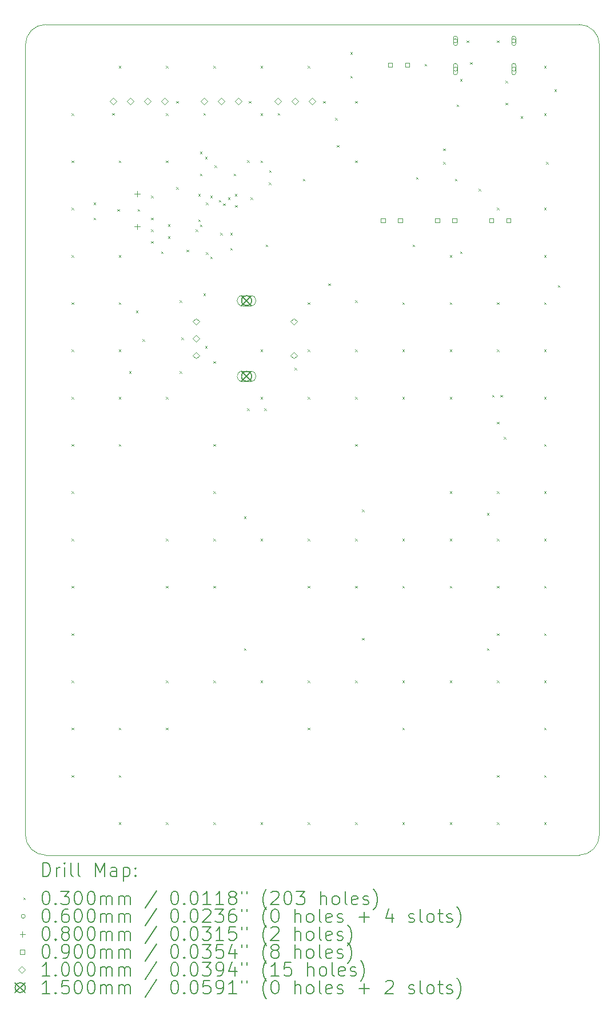
<source format=gbr>
%TF.GenerationSoftware,KiCad,Pcbnew,8.0.4*%
%TF.CreationDate,2024-10-31T19:57:59+01:00*%
%TF.ProjectId,Keyboard,4b657962-6f61-4726-942e-6b696361645f,rev?*%
%TF.SameCoordinates,Original*%
%TF.FileFunction,Drillmap*%
%TF.FilePolarity,Positive*%
%FSLAX45Y45*%
G04 Gerber Fmt 4.5, Leading zero omitted, Abs format (unit mm)*
G04 Created by KiCad (PCBNEW 8.0.4) date 2024-10-31 19:57:59*
%MOMM*%
%LPD*%
G01*
G04 APERTURE LIST*
%ADD10C,0.050000*%
%ADD11C,0.200000*%
%ADD12C,0.100000*%
%ADD13C,0.150000*%
G04 APERTURE END LIST*
D10*
X15500000Y-19700000D02*
G75*
G02*
X15200000Y-20000000I-300000J0D01*
G01*
X7000000Y-8000000D02*
G75*
G02*
X7300000Y-7700000I300000J0D01*
G01*
X7000000Y-19700000D02*
X7000000Y-8000000D01*
X7300000Y-20000000D02*
X15200000Y-20000000D01*
X15500000Y-19700000D02*
X15500000Y-8000000D01*
X15200000Y-7700000D02*
G75*
G02*
X15500000Y-8000000I0J-300000D01*
G01*
X7300000Y-7700000D02*
X15200000Y-7700000D01*
X7300000Y-20000000D02*
G75*
G02*
X7000000Y-19700000I0J300000D01*
G01*
D11*
D12*
X7682500Y-9014500D02*
X7712500Y-9044500D01*
X7712500Y-9014500D02*
X7682500Y-9044500D01*
X7682500Y-9714500D02*
X7712500Y-9744500D01*
X7712500Y-9714500D02*
X7682500Y-9744500D01*
X7682500Y-10414500D02*
X7712500Y-10444500D01*
X7712500Y-10414500D02*
X7682500Y-10444500D01*
X7682500Y-11114500D02*
X7712500Y-11144500D01*
X7712500Y-11114500D02*
X7682500Y-11144500D01*
X7682500Y-11814500D02*
X7712500Y-11844500D01*
X7712500Y-11814500D02*
X7682500Y-11844500D01*
X7682500Y-12514500D02*
X7712500Y-12544500D01*
X7712500Y-12514500D02*
X7682500Y-12544500D01*
X7682500Y-13214500D02*
X7712500Y-13244500D01*
X7712500Y-13214500D02*
X7682500Y-13244500D01*
X7682500Y-13914500D02*
X7712500Y-13944500D01*
X7712500Y-13914500D02*
X7682500Y-13944500D01*
X7682500Y-14614500D02*
X7712500Y-14644500D01*
X7712500Y-14614500D02*
X7682500Y-14644500D01*
X7682500Y-15314500D02*
X7712500Y-15344500D01*
X7712500Y-15314500D02*
X7682500Y-15344500D01*
X7682500Y-16014500D02*
X7712500Y-16044500D01*
X7712500Y-16014500D02*
X7682500Y-16044500D01*
X7682500Y-16714500D02*
X7712500Y-16744500D01*
X7712500Y-16714500D02*
X7682500Y-16744500D01*
X7682500Y-17414500D02*
X7712500Y-17444500D01*
X7712500Y-17414500D02*
X7682500Y-17444500D01*
X7682500Y-18114500D02*
X7712500Y-18144500D01*
X7712500Y-18114500D02*
X7682500Y-18144500D01*
X7682500Y-18814500D02*
X7712500Y-18844500D01*
X7712500Y-18814500D02*
X7682500Y-18844500D01*
X8010000Y-10335000D02*
X8040000Y-10365000D01*
X8040000Y-10335000D02*
X8010000Y-10365000D01*
X8010000Y-10560000D02*
X8040000Y-10590000D01*
X8040000Y-10560000D02*
X8010000Y-10590000D01*
X8285000Y-9010000D02*
X8315000Y-9040000D01*
X8315000Y-9010000D02*
X8285000Y-9040000D01*
X8360000Y-10435000D02*
X8390000Y-10465000D01*
X8390000Y-10435000D02*
X8360000Y-10465000D01*
X8382500Y-8314500D02*
X8412500Y-8344500D01*
X8412500Y-8314500D02*
X8382500Y-8344500D01*
X8382500Y-9714500D02*
X8412500Y-9744500D01*
X8412500Y-9714500D02*
X8382500Y-9744500D01*
X8382500Y-11114500D02*
X8412500Y-11144500D01*
X8412500Y-11114500D02*
X8382500Y-11144500D01*
X8382500Y-11814500D02*
X8412500Y-11844500D01*
X8412500Y-11814500D02*
X8382500Y-11844500D01*
X8382500Y-12514500D02*
X8412500Y-12544500D01*
X8412500Y-12514500D02*
X8382500Y-12544500D01*
X8382500Y-13214500D02*
X8412500Y-13244500D01*
X8412500Y-13214500D02*
X8382500Y-13244500D01*
X8382500Y-13914500D02*
X8412500Y-13944500D01*
X8412500Y-13914500D02*
X8382500Y-13944500D01*
X8382500Y-18114500D02*
X8412500Y-18144500D01*
X8412500Y-18114500D02*
X8382500Y-18144500D01*
X8382500Y-18814500D02*
X8412500Y-18844500D01*
X8412500Y-18814500D02*
X8382500Y-18844500D01*
X8382500Y-19514500D02*
X8412500Y-19544500D01*
X8412500Y-19514500D02*
X8382500Y-19544500D01*
X8535000Y-12835000D02*
X8565000Y-12865000D01*
X8565000Y-12835000D02*
X8535000Y-12865000D01*
X8635000Y-11935000D02*
X8665000Y-11965000D01*
X8665000Y-11935000D02*
X8635000Y-11965000D01*
X8660000Y-10435000D02*
X8690000Y-10465000D01*
X8690000Y-10435000D02*
X8660000Y-10465000D01*
X8735000Y-12360000D02*
X8765000Y-12390000D01*
X8765000Y-12360000D02*
X8735000Y-12390000D01*
X8860000Y-10235000D02*
X8890000Y-10265000D01*
X8890000Y-10235000D02*
X8860000Y-10265000D01*
X8860000Y-10560000D02*
X8890000Y-10590000D01*
X8890000Y-10560000D02*
X8860000Y-10590000D01*
X8860000Y-10735000D02*
X8890000Y-10765000D01*
X8890000Y-10735000D02*
X8860000Y-10765000D01*
X8860000Y-10910000D02*
X8890000Y-10940000D01*
X8890000Y-10910000D02*
X8860000Y-10940000D01*
X9010000Y-11060000D02*
X9040000Y-11090000D01*
X9040000Y-11060000D02*
X9010000Y-11090000D01*
X9082500Y-8314500D02*
X9112500Y-8344500D01*
X9112500Y-8314500D02*
X9082500Y-8344500D01*
X9082500Y-9014500D02*
X9112500Y-9044500D01*
X9112500Y-9014500D02*
X9082500Y-9044500D01*
X9082500Y-9714500D02*
X9112500Y-9744500D01*
X9112500Y-9714500D02*
X9082500Y-9744500D01*
X9082500Y-13214500D02*
X9112500Y-13244500D01*
X9112500Y-13214500D02*
X9082500Y-13244500D01*
X9082500Y-15314500D02*
X9112500Y-15344500D01*
X9112500Y-15314500D02*
X9082500Y-15344500D01*
X9082500Y-16014500D02*
X9112500Y-16044500D01*
X9112500Y-16014500D02*
X9082500Y-16044500D01*
X9082500Y-17414500D02*
X9112500Y-17444500D01*
X9112500Y-17414500D02*
X9082500Y-17444500D01*
X9082500Y-18114500D02*
X9112500Y-18144500D01*
X9112500Y-18114500D02*
X9082500Y-18144500D01*
X9082500Y-19514500D02*
X9112500Y-19544500D01*
X9112500Y-19514500D02*
X9082500Y-19544500D01*
X9110000Y-10660000D02*
X9140000Y-10690000D01*
X9140000Y-10660000D02*
X9110000Y-10690000D01*
X9110000Y-10835000D02*
X9140000Y-10865000D01*
X9140000Y-10835000D02*
X9110000Y-10865000D01*
X9235000Y-8835000D02*
X9265000Y-8865000D01*
X9265000Y-8835000D02*
X9235000Y-8865000D01*
X9235000Y-10110000D02*
X9265000Y-10140000D01*
X9265000Y-10110000D02*
X9235000Y-10140000D01*
X9285000Y-11785000D02*
X9315000Y-11815000D01*
X9315000Y-11785000D02*
X9285000Y-11815000D01*
X9285000Y-12835000D02*
X9315000Y-12865000D01*
X9315000Y-12835000D02*
X9285000Y-12865000D01*
X9310000Y-12335000D02*
X9340000Y-12365000D01*
X9340000Y-12335000D02*
X9310000Y-12365000D01*
X9385000Y-11035000D02*
X9415000Y-11065000D01*
X9415000Y-11035000D02*
X9385000Y-11065000D01*
X9522500Y-10735000D02*
X9552500Y-10765000D01*
X9552500Y-10735000D02*
X9522500Y-10765000D01*
X9560000Y-10210000D02*
X9590000Y-10240000D01*
X9590000Y-10210000D02*
X9560000Y-10240000D01*
X9560000Y-10585000D02*
X9590000Y-10615000D01*
X9590000Y-10585000D02*
X9560000Y-10615000D01*
X9585000Y-9585000D02*
X9615000Y-9615000D01*
X9615000Y-9585000D02*
X9585000Y-9615000D01*
X9585000Y-9910000D02*
X9615000Y-9940000D01*
X9615000Y-9910000D02*
X9585000Y-9940000D01*
X9585000Y-10662964D02*
X9615000Y-10692964D01*
X9615000Y-10662964D02*
X9585000Y-10692964D01*
X9635000Y-9010000D02*
X9665000Y-9040000D01*
X9665000Y-9010000D02*
X9635000Y-9040000D01*
X9635000Y-11685000D02*
X9665000Y-11715000D01*
X9665000Y-11685000D02*
X9635000Y-11715000D01*
X9660000Y-9660000D02*
X9690000Y-9690000D01*
X9690000Y-9660000D02*
X9660000Y-9690000D01*
X9660000Y-12460000D02*
X9690000Y-12490000D01*
X9690000Y-12460000D02*
X9660000Y-12490000D01*
X9672500Y-10335000D02*
X9702500Y-10365000D01*
X9702500Y-10335000D02*
X9672500Y-10365000D01*
X9672500Y-11072500D02*
X9702500Y-11102500D01*
X9702500Y-11072500D02*
X9672500Y-11102500D01*
X9735000Y-10235000D02*
X9765000Y-10265000D01*
X9765000Y-10235000D02*
X9735000Y-10265000D01*
X9735000Y-11135000D02*
X9765000Y-11165000D01*
X9765000Y-11135000D02*
X9735000Y-11165000D01*
X9782500Y-8314500D02*
X9812500Y-8344500D01*
X9812500Y-8314500D02*
X9782500Y-8344500D01*
X9782500Y-13914500D02*
X9812500Y-13944500D01*
X9812500Y-13914500D02*
X9782500Y-13944500D01*
X9782500Y-14614500D02*
X9812500Y-14644500D01*
X9812500Y-14614500D02*
X9782500Y-14644500D01*
X9782500Y-15314500D02*
X9812500Y-15344500D01*
X9812500Y-15314500D02*
X9782500Y-15344500D01*
X9782500Y-16014500D02*
X9812500Y-16044500D01*
X9812500Y-16014500D02*
X9782500Y-16044500D01*
X9782500Y-17414500D02*
X9812500Y-17444500D01*
X9812500Y-17414500D02*
X9782500Y-17444500D01*
X9782500Y-19514500D02*
X9812500Y-19544500D01*
X9812500Y-19514500D02*
X9782500Y-19544500D01*
X9785000Y-12685000D02*
X9815000Y-12715000D01*
X9815000Y-12685000D02*
X9785000Y-12715000D01*
X9800000Y-9785000D02*
X9830000Y-9815000D01*
X9830000Y-9785000D02*
X9800000Y-9815000D01*
X9865000Y-10298388D02*
X9895000Y-10328388D01*
X9895000Y-10298388D02*
X9865000Y-10328388D01*
X9885000Y-10785000D02*
X9915000Y-10815000D01*
X9915000Y-10785000D02*
X9885000Y-10815000D01*
X9928151Y-10347500D02*
X9958151Y-10377500D01*
X9958151Y-10347500D02*
X9928151Y-10377500D01*
X10000000Y-10260000D02*
X10030000Y-10290000D01*
X10030000Y-10260000D02*
X10000000Y-10290000D01*
X10035000Y-10785000D02*
X10065000Y-10815000D01*
X10065000Y-10785000D02*
X10035000Y-10815000D01*
X10035000Y-11010000D02*
X10065000Y-11040000D01*
X10065000Y-11010000D02*
X10035000Y-11040000D01*
X10085000Y-9910000D02*
X10115000Y-9940000D01*
X10115000Y-9910000D02*
X10085000Y-9940000D01*
X10102500Y-10211217D02*
X10132500Y-10241217D01*
X10132500Y-10211217D02*
X10102500Y-10241217D01*
X10103079Y-10375825D02*
X10133079Y-10405825D01*
X10133079Y-10375825D02*
X10103079Y-10405825D01*
X10235000Y-14985000D02*
X10265000Y-15015000D01*
X10265000Y-14985000D02*
X10235000Y-15015000D01*
X10235000Y-16935000D02*
X10265000Y-16965000D01*
X10265000Y-16935000D02*
X10235000Y-16965000D01*
X10285000Y-9710000D02*
X10315000Y-9740000D01*
X10315000Y-9710000D02*
X10285000Y-9740000D01*
X10285000Y-13385000D02*
X10315000Y-13415000D01*
X10315000Y-13385000D02*
X10285000Y-13415000D01*
X10310000Y-8835000D02*
X10340000Y-8865000D01*
X10340000Y-8835000D02*
X10310000Y-8865000D01*
X10335000Y-10260000D02*
X10365000Y-10290000D01*
X10365000Y-10260000D02*
X10335000Y-10290000D01*
X10482500Y-8314500D02*
X10512500Y-8344500D01*
X10512500Y-8314500D02*
X10482500Y-8344500D01*
X10482500Y-9014500D02*
X10512500Y-9044500D01*
X10512500Y-9014500D02*
X10482500Y-9044500D01*
X10482500Y-9714500D02*
X10512500Y-9744500D01*
X10512500Y-9714500D02*
X10482500Y-9744500D01*
X10482500Y-12514500D02*
X10512500Y-12544500D01*
X10512500Y-12514500D02*
X10482500Y-12544500D01*
X10482500Y-13214500D02*
X10512500Y-13244500D01*
X10512500Y-13214500D02*
X10482500Y-13244500D01*
X10482500Y-15314500D02*
X10512500Y-15344500D01*
X10512500Y-15314500D02*
X10482500Y-15344500D01*
X10482500Y-17414500D02*
X10512500Y-17444500D01*
X10512500Y-17414500D02*
X10482500Y-17444500D01*
X10482500Y-19514500D02*
X10512500Y-19544500D01*
X10512500Y-19514500D02*
X10482500Y-19544500D01*
X10535000Y-13385000D02*
X10565000Y-13415000D01*
X10565000Y-13385000D02*
X10535000Y-13415000D01*
X10560000Y-10960000D02*
X10590000Y-10990000D01*
X10590000Y-10960000D02*
X10560000Y-10990000D01*
X10603350Y-10041650D02*
X10633350Y-10071650D01*
X10633350Y-10041650D02*
X10603350Y-10071650D01*
X10610000Y-9860000D02*
X10640000Y-9890000D01*
X10640000Y-9860000D02*
X10610000Y-9890000D01*
X10735000Y-9010000D02*
X10765000Y-9040000D01*
X10765000Y-9010000D02*
X10735000Y-9040000D01*
X10985000Y-12785000D02*
X11015000Y-12815000D01*
X11015000Y-12785000D02*
X10985000Y-12815000D01*
X11110000Y-9985000D02*
X11140000Y-10015000D01*
X11140000Y-9985000D02*
X11110000Y-10015000D01*
X11182500Y-8314500D02*
X11212500Y-8344500D01*
X11212500Y-8314500D02*
X11182500Y-8344500D01*
X11182500Y-11814500D02*
X11212500Y-11844500D01*
X11212500Y-11814500D02*
X11182500Y-11844500D01*
X11182500Y-12514500D02*
X11212500Y-12544500D01*
X11212500Y-12514500D02*
X11182500Y-12544500D01*
X11182500Y-13214500D02*
X11212500Y-13244500D01*
X11212500Y-13214500D02*
X11182500Y-13244500D01*
X11182500Y-15314500D02*
X11212500Y-15344500D01*
X11212500Y-15314500D02*
X11182500Y-15344500D01*
X11182500Y-16014500D02*
X11212500Y-16044500D01*
X11212500Y-16014500D02*
X11182500Y-16044500D01*
X11182500Y-17414500D02*
X11212500Y-17444500D01*
X11212500Y-17414500D02*
X11182500Y-17444500D01*
X11182500Y-18114500D02*
X11212500Y-18144500D01*
X11212500Y-18114500D02*
X11182500Y-18144500D01*
X11182500Y-19514500D02*
X11212500Y-19544500D01*
X11212500Y-19514500D02*
X11182500Y-19544500D01*
X11410000Y-8835000D02*
X11440000Y-8865000D01*
X11440000Y-8835000D02*
X11410000Y-8865000D01*
X11485000Y-11535000D02*
X11515000Y-11565000D01*
X11515000Y-11535000D02*
X11485000Y-11565000D01*
X11585000Y-9085000D02*
X11615000Y-9115000D01*
X11615000Y-9085000D02*
X11585000Y-9115000D01*
X11610000Y-9485000D02*
X11640000Y-9515000D01*
X11640000Y-9485000D02*
X11610000Y-9515000D01*
X11810000Y-8110000D02*
X11840000Y-8140000D01*
X11840000Y-8110000D02*
X11810000Y-8140000D01*
X11810000Y-8460000D02*
X11840000Y-8490000D01*
X11840000Y-8460000D02*
X11810000Y-8490000D01*
X11882500Y-9714500D02*
X11912500Y-9744500D01*
X11912500Y-9714500D02*
X11882500Y-9744500D01*
X11882500Y-12514500D02*
X11912500Y-12544500D01*
X11912500Y-12514500D02*
X11882500Y-12544500D01*
X11882500Y-13214500D02*
X11912500Y-13244500D01*
X11912500Y-13214500D02*
X11882500Y-13244500D01*
X11882500Y-13914500D02*
X11912500Y-13944500D01*
X11912500Y-13914500D02*
X11882500Y-13944500D01*
X11882500Y-15314500D02*
X11912500Y-15344500D01*
X11912500Y-15314500D02*
X11882500Y-15344500D01*
X11882500Y-16014500D02*
X11912500Y-16044500D01*
X11912500Y-16014500D02*
X11882500Y-16044500D01*
X11882500Y-17414500D02*
X11912500Y-17444500D01*
X11912500Y-17414500D02*
X11882500Y-17444500D01*
X11882500Y-19514500D02*
X11912500Y-19544500D01*
X11912500Y-19514500D02*
X11882500Y-19544500D01*
X11885000Y-8835000D02*
X11915000Y-8865000D01*
X11915000Y-8835000D02*
X11885000Y-8865000D01*
X11885000Y-11785000D02*
X11915000Y-11815000D01*
X11915000Y-11785000D02*
X11885000Y-11815000D01*
X11985000Y-14885000D02*
X12015000Y-14915000D01*
X12015000Y-14885000D02*
X11985000Y-14915000D01*
X11985000Y-16785000D02*
X12015000Y-16815000D01*
X12015000Y-16785000D02*
X11985000Y-16815000D01*
X12582500Y-11814500D02*
X12612500Y-11844500D01*
X12612500Y-11814500D02*
X12582500Y-11844500D01*
X12582500Y-12514500D02*
X12612500Y-12544500D01*
X12612500Y-12514500D02*
X12582500Y-12544500D01*
X12582500Y-13214500D02*
X12612500Y-13244500D01*
X12612500Y-13214500D02*
X12582500Y-13244500D01*
X12582500Y-15314500D02*
X12612500Y-15344500D01*
X12612500Y-15314500D02*
X12582500Y-15344500D01*
X12582500Y-16014500D02*
X12612500Y-16044500D01*
X12612500Y-16014500D02*
X12582500Y-16044500D01*
X12582500Y-17414500D02*
X12612500Y-17444500D01*
X12612500Y-17414500D02*
X12582500Y-17444500D01*
X12582500Y-18114500D02*
X12612500Y-18144500D01*
X12612500Y-18114500D02*
X12582500Y-18144500D01*
X12582500Y-19514500D02*
X12612500Y-19544500D01*
X12612500Y-19514500D02*
X12582500Y-19544500D01*
X12735000Y-10960000D02*
X12765000Y-10990000D01*
X12765000Y-10960000D02*
X12735000Y-10990000D01*
X12785000Y-9960000D02*
X12815000Y-9990000D01*
X12815000Y-9960000D02*
X12785000Y-9990000D01*
X12910000Y-8285000D02*
X12940000Y-8315000D01*
X12940000Y-8285000D02*
X12910000Y-8315000D01*
X13185000Y-9535000D02*
X13215000Y-9565000D01*
X13215000Y-9535000D02*
X13185000Y-9565000D01*
X13185000Y-9735000D02*
X13215000Y-9765000D01*
X13215000Y-9735000D02*
X13185000Y-9765000D01*
X13282500Y-11114500D02*
X13312500Y-11144500D01*
X13312500Y-11114500D02*
X13282500Y-11144500D01*
X13282500Y-11814500D02*
X13312500Y-11844500D01*
X13312500Y-11814500D02*
X13282500Y-11844500D01*
X13282500Y-12514500D02*
X13312500Y-12544500D01*
X13312500Y-12514500D02*
X13282500Y-12544500D01*
X13282500Y-13214500D02*
X13312500Y-13244500D01*
X13312500Y-13214500D02*
X13282500Y-13244500D01*
X13282500Y-14614500D02*
X13312500Y-14644500D01*
X13312500Y-14614500D02*
X13282500Y-14644500D01*
X13282500Y-15314500D02*
X13312500Y-15344500D01*
X13312500Y-15314500D02*
X13282500Y-15344500D01*
X13282500Y-16014500D02*
X13312500Y-16044500D01*
X13312500Y-16014500D02*
X13282500Y-16044500D01*
X13282500Y-17414500D02*
X13312500Y-17444500D01*
X13312500Y-17414500D02*
X13282500Y-17444500D01*
X13282500Y-19514500D02*
X13312500Y-19544500D01*
X13312500Y-19514500D02*
X13282500Y-19544500D01*
X13360000Y-9985000D02*
X13390000Y-10015000D01*
X13390000Y-9985000D02*
X13360000Y-10015000D01*
X13385000Y-8885000D02*
X13415000Y-8915000D01*
X13415000Y-8885000D02*
X13385000Y-8915000D01*
X13435000Y-8510000D02*
X13465000Y-8540000D01*
X13465000Y-8510000D02*
X13435000Y-8540000D01*
X13435000Y-11060000D02*
X13465000Y-11090000D01*
X13465000Y-11060000D02*
X13435000Y-11090000D01*
X13535000Y-7935000D02*
X13565000Y-7965000D01*
X13565000Y-7935000D02*
X13535000Y-7965000D01*
X13585000Y-8260000D02*
X13615000Y-8290000D01*
X13615000Y-8260000D02*
X13585000Y-8290000D01*
X13710000Y-10135000D02*
X13740000Y-10165000D01*
X13740000Y-10135000D02*
X13710000Y-10165000D01*
X13835000Y-14935000D02*
X13865000Y-14965000D01*
X13865000Y-14935000D02*
X13835000Y-14965000D01*
X13835000Y-16935000D02*
X13865000Y-16965000D01*
X13865000Y-16935000D02*
X13835000Y-16965000D01*
X13910000Y-13185000D02*
X13940000Y-13215000D01*
X13940000Y-13185000D02*
X13910000Y-13215000D01*
X13982500Y-10414500D02*
X14012500Y-10444500D01*
X14012500Y-10414500D02*
X13982500Y-10444500D01*
X13982500Y-11814500D02*
X14012500Y-11844500D01*
X14012500Y-11814500D02*
X13982500Y-11844500D01*
X13982500Y-12514500D02*
X14012500Y-12544500D01*
X14012500Y-12514500D02*
X13982500Y-12544500D01*
X13982500Y-14614500D02*
X14012500Y-14644500D01*
X14012500Y-14614500D02*
X13982500Y-14644500D01*
X13982500Y-15314500D02*
X14012500Y-15344500D01*
X14012500Y-15314500D02*
X13982500Y-15344500D01*
X13982500Y-16014500D02*
X14012500Y-16044500D01*
X14012500Y-16014500D02*
X13982500Y-16044500D01*
X13982500Y-16714500D02*
X14012500Y-16744500D01*
X14012500Y-16714500D02*
X13982500Y-16744500D01*
X13982500Y-17414500D02*
X14012500Y-17444500D01*
X14012500Y-17414500D02*
X13982500Y-17444500D01*
X13982500Y-18814500D02*
X14012500Y-18844500D01*
X14012500Y-18814500D02*
X13982500Y-18844500D01*
X13982500Y-19514500D02*
X14012500Y-19544500D01*
X14012500Y-19514500D02*
X13982500Y-19544500D01*
X13985000Y-7935000D02*
X14015000Y-7965000D01*
X14015000Y-7935000D02*
X13985000Y-7965000D01*
X13985000Y-13585000D02*
X14015000Y-13615000D01*
X14015000Y-13585000D02*
X13985000Y-13615000D01*
X14035000Y-13185000D02*
X14065000Y-13215000D01*
X14065000Y-13185000D02*
X14035000Y-13215000D01*
X14085000Y-13810000D02*
X14115000Y-13840000D01*
X14115000Y-13810000D02*
X14085000Y-13840000D01*
X14110000Y-8535000D02*
X14140000Y-8565000D01*
X14140000Y-8535000D02*
X14110000Y-8565000D01*
X14110000Y-8860000D02*
X14140000Y-8890000D01*
X14140000Y-8860000D02*
X14110000Y-8890000D01*
X14335000Y-9060000D02*
X14365000Y-9090000D01*
X14365000Y-9060000D02*
X14335000Y-9090000D01*
X14682500Y-8314500D02*
X14712500Y-8344500D01*
X14712500Y-8314500D02*
X14682500Y-8344500D01*
X14682500Y-9014500D02*
X14712500Y-9044500D01*
X14712500Y-9014500D02*
X14682500Y-9044500D01*
X14682500Y-10414500D02*
X14712500Y-10444500D01*
X14712500Y-10414500D02*
X14682500Y-10444500D01*
X14682500Y-11114500D02*
X14712500Y-11144500D01*
X14712500Y-11114500D02*
X14682500Y-11144500D01*
X14682500Y-11814500D02*
X14712500Y-11844500D01*
X14712500Y-11814500D02*
X14682500Y-11844500D01*
X14682500Y-12514500D02*
X14712500Y-12544500D01*
X14712500Y-12514500D02*
X14682500Y-12544500D01*
X14682500Y-13214500D02*
X14712500Y-13244500D01*
X14712500Y-13214500D02*
X14682500Y-13244500D01*
X14682500Y-13914500D02*
X14712500Y-13944500D01*
X14712500Y-13914500D02*
X14682500Y-13944500D01*
X14682500Y-14614500D02*
X14712500Y-14644500D01*
X14712500Y-14614500D02*
X14682500Y-14644500D01*
X14682500Y-15314500D02*
X14712500Y-15344500D01*
X14712500Y-15314500D02*
X14682500Y-15344500D01*
X14682500Y-16014500D02*
X14712500Y-16044500D01*
X14712500Y-16014500D02*
X14682500Y-16044500D01*
X14682500Y-16714500D02*
X14712500Y-16744500D01*
X14712500Y-16714500D02*
X14682500Y-16744500D01*
X14682500Y-17414500D02*
X14712500Y-17444500D01*
X14712500Y-17414500D02*
X14682500Y-17444500D01*
X14682500Y-18114500D02*
X14712500Y-18144500D01*
X14712500Y-18114500D02*
X14682500Y-18144500D01*
X14682500Y-18814500D02*
X14712500Y-18844500D01*
X14712500Y-18814500D02*
X14682500Y-18844500D01*
X14682500Y-19514500D02*
X14712500Y-19544500D01*
X14712500Y-19514500D02*
X14682500Y-19544500D01*
X14710000Y-9735000D02*
X14740000Y-9765000D01*
X14740000Y-9735000D02*
X14710000Y-9765000D01*
X14835000Y-8660000D02*
X14865000Y-8690000D01*
X14865000Y-8660000D02*
X14835000Y-8690000D01*
X14885000Y-11560000D02*
X14915000Y-11590000D01*
X14915000Y-11560000D02*
X14885000Y-11590000D01*
X13398000Y-7942500D02*
G75*
G02*
X13338000Y-7942500I-30000J0D01*
G01*
X13338000Y-7942500D02*
G75*
G02*
X13398000Y-7942500I30000J0D01*
G01*
X13398000Y-7982500D02*
X13398000Y-7902500D01*
X13338000Y-7902500D02*
G75*
G02*
X13398000Y-7902500I30000J0D01*
G01*
X13338000Y-7902500D02*
X13338000Y-7982500D01*
X13338000Y-7982500D02*
G75*
G03*
X13398000Y-7982500I30000J0D01*
G01*
X13398000Y-8360500D02*
G75*
G02*
X13338000Y-8360500I-30000J0D01*
G01*
X13338000Y-8360500D02*
G75*
G02*
X13398000Y-8360500I30000J0D01*
G01*
X13398000Y-8415500D02*
X13398000Y-8305500D01*
X13338000Y-8305500D02*
G75*
G02*
X13398000Y-8305500I30000J0D01*
G01*
X13338000Y-8305500D02*
X13338000Y-8415500D01*
X13338000Y-8415500D02*
G75*
G03*
X13398000Y-8415500I30000J0D01*
G01*
X14262000Y-7942500D02*
G75*
G02*
X14202000Y-7942500I-30000J0D01*
G01*
X14202000Y-7942500D02*
G75*
G02*
X14262000Y-7942500I30000J0D01*
G01*
X14262000Y-7982500D02*
X14262000Y-7902500D01*
X14202000Y-7902500D02*
G75*
G02*
X14262000Y-7902500I30000J0D01*
G01*
X14202000Y-7902500D02*
X14202000Y-7982500D01*
X14202000Y-7982500D02*
G75*
G03*
X14262000Y-7982500I30000J0D01*
G01*
X14262000Y-8360500D02*
G75*
G02*
X14202000Y-8360500I-30000J0D01*
G01*
X14202000Y-8360500D02*
G75*
G02*
X14262000Y-8360500I30000J0D01*
G01*
X14262000Y-8415500D02*
X14262000Y-8305500D01*
X14202000Y-8305500D02*
G75*
G02*
X14262000Y-8305500I30000J0D01*
G01*
X14202000Y-8305500D02*
X14202000Y-8415500D01*
X14202000Y-8415500D02*
G75*
G03*
X14262000Y-8415500I30000J0D01*
G01*
X8656600Y-10166200D02*
X8656600Y-10246200D01*
X8616600Y-10206200D02*
X8696600Y-10206200D01*
X8656600Y-10654200D02*
X8656600Y-10734200D01*
X8616600Y-10694200D02*
X8696600Y-10694200D01*
X12329320Y-10631820D02*
X12329320Y-10568180D01*
X12265680Y-10568180D01*
X12265680Y-10631820D01*
X12329320Y-10631820D01*
X12431820Y-8331820D02*
X12431820Y-8268180D01*
X12368180Y-8268180D01*
X12368180Y-8331820D01*
X12431820Y-8331820D01*
X12583320Y-10631820D02*
X12583320Y-10568180D01*
X12519680Y-10568180D01*
X12519680Y-10631820D01*
X12583320Y-10631820D01*
X12685820Y-8331820D02*
X12685820Y-8268180D01*
X12622180Y-8268180D01*
X12622180Y-8331820D01*
X12685820Y-8331820D01*
X13131820Y-10631820D02*
X13131820Y-10568180D01*
X13068180Y-10568180D01*
X13068180Y-10631820D01*
X13131820Y-10631820D01*
X13385820Y-10631820D02*
X13385820Y-10568180D01*
X13322180Y-10568180D01*
X13322180Y-10631820D01*
X13385820Y-10631820D01*
X13931820Y-10631820D02*
X13931820Y-10568180D01*
X13868180Y-10568180D01*
X13868180Y-10631820D01*
X13931820Y-10631820D01*
X14185820Y-10631820D02*
X14185820Y-10568180D01*
X14122180Y-10568180D01*
X14122180Y-10631820D01*
X14185820Y-10631820D01*
X8299300Y-8887500D02*
X8349300Y-8837500D01*
X8299300Y-8787500D01*
X8249300Y-8837500D01*
X8299300Y-8887500D01*
X8553300Y-8887500D02*
X8603300Y-8837500D01*
X8553300Y-8787500D01*
X8503300Y-8837500D01*
X8553300Y-8887500D01*
X8807300Y-8887500D02*
X8857300Y-8837500D01*
X8807300Y-8787500D01*
X8757300Y-8837500D01*
X8807300Y-8887500D01*
X9061300Y-8887500D02*
X9111300Y-8837500D01*
X9061300Y-8787500D01*
X9011300Y-8837500D01*
X9061300Y-8887500D01*
X9525000Y-12150000D02*
X9575000Y-12100000D01*
X9525000Y-12050000D01*
X9475000Y-12100000D01*
X9525000Y-12150000D01*
X9525000Y-12400000D02*
X9575000Y-12350000D01*
X9525000Y-12300000D01*
X9475000Y-12350000D01*
X9525000Y-12400000D01*
X9525000Y-12650000D02*
X9575000Y-12600000D01*
X9525000Y-12550000D01*
X9475000Y-12600000D01*
X9525000Y-12650000D01*
X9646000Y-8887500D02*
X9696000Y-8837500D01*
X9646000Y-8787500D01*
X9596000Y-8837500D01*
X9646000Y-8887500D01*
X9900000Y-8887500D02*
X9950000Y-8837500D01*
X9900000Y-8787500D01*
X9850000Y-8837500D01*
X9900000Y-8887500D01*
X10154000Y-8887500D02*
X10204000Y-8837500D01*
X10154000Y-8787500D01*
X10104000Y-8837500D01*
X10154000Y-8887500D01*
X10738200Y-8887500D02*
X10788200Y-8837500D01*
X10738200Y-8787500D01*
X10688200Y-8837500D01*
X10738200Y-8887500D01*
X10975000Y-12150000D02*
X11025000Y-12100000D01*
X10975000Y-12050000D01*
X10925000Y-12100000D01*
X10975000Y-12150000D01*
X10975000Y-12650000D02*
X11025000Y-12600000D01*
X10975000Y-12550000D01*
X10925000Y-12600000D01*
X10975000Y-12650000D01*
X10992200Y-8887500D02*
X11042200Y-8837500D01*
X10992200Y-8787500D01*
X10942200Y-8837500D01*
X10992200Y-8887500D01*
X11246200Y-8887500D02*
X11296200Y-8837500D01*
X11246200Y-8787500D01*
X11196200Y-8837500D01*
X11246200Y-8887500D01*
D13*
X10200000Y-11715000D02*
X10350000Y-11865000D01*
X10350000Y-11715000D02*
X10200000Y-11865000D01*
X10350000Y-11790000D02*
G75*
G02*
X10200000Y-11790000I-75000J0D01*
G01*
X10200000Y-11790000D02*
G75*
G02*
X10350000Y-11790000I75000J0D01*
G01*
D12*
X10210000Y-11865000D02*
X10340000Y-11865000D01*
X10340000Y-11715000D02*
G75*
G02*
X10340000Y-11865000I0J-75000D01*
G01*
X10340000Y-11715000D02*
X10210000Y-11715000D01*
X10210000Y-11715000D02*
G75*
G03*
X10210000Y-11865000I0J-75000D01*
G01*
D13*
X10200000Y-12835000D02*
X10350000Y-12985000D01*
X10350000Y-12835000D02*
X10200000Y-12985000D01*
X10350000Y-12910000D02*
G75*
G02*
X10200000Y-12910000I-75000J0D01*
G01*
X10200000Y-12910000D02*
G75*
G02*
X10350000Y-12910000I75000J0D01*
G01*
D12*
X10210000Y-12985000D02*
X10340000Y-12985000D01*
X10340000Y-12835000D02*
G75*
G02*
X10340000Y-12985000I0J-75000D01*
G01*
X10340000Y-12835000D02*
X10210000Y-12835000D01*
X10210000Y-12835000D02*
G75*
G03*
X10210000Y-12985000I0J-75000D01*
G01*
D11*
X7258277Y-20313984D02*
X7258277Y-20113984D01*
X7258277Y-20113984D02*
X7305896Y-20113984D01*
X7305896Y-20113984D02*
X7334467Y-20123508D01*
X7334467Y-20123508D02*
X7353515Y-20142555D01*
X7353515Y-20142555D02*
X7363039Y-20161603D01*
X7363039Y-20161603D02*
X7372562Y-20199698D01*
X7372562Y-20199698D02*
X7372562Y-20228270D01*
X7372562Y-20228270D02*
X7363039Y-20266365D01*
X7363039Y-20266365D02*
X7353515Y-20285412D01*
X7353515Y-20285412D02*
X7334467Y-20304460D01*
X7334467Y-20304460D02*
X7305896Y-20313984D01*
X7305896Y-20313984D02*
X7258277Y-20313984D01*
X7458277Y-20313984D02*
X7458277Y-20180650D01*
X7458277Y-20218746D02*
X7467801Y-20199698D01*
X7467801Y-20199698D02*
X7477324Y-20190174D01*
X7477324Y-20190174D02*
X7496372Y-20180650D01*
X7496372Y-20180650D02*
X7515420Y-20180650D01*
X7582086Y-20313984D02*
X7582086Y-20180650D01*
X7582086Y-20113984D02*
X7572562Y-20123508D01*
X7572562Y-20123508D02*
X7582086Y-20133031D01*
X7582086Y-20133031D02*
X7591610Y-20123508D01*
X7591610Y-20123508D02*
X7582086Y-20113984D01*
X7582086Y-20113984D02*
X7582086Y-20133031D01*
X7705896Y-20313984D02*
X7686848Y-20304460D01*
X7686848Y-20304460D02*
X7677324Y-20285412D01*
X7677324Y-20285412D02*
X7677324Y-20113984D01*
X7810658Y-20313984D02*
X7791610Y-20304460D01*
X7791610Y-20304460D02*
X7782086Y-20285412D01*
X7782086Y-20285412D02*
X7782086Y-20113984D01*
X8039229Y-20313984D02*
X8039229Y-20113984D01*
X8039229Y-20113984D02*
X8105896Y-20256841D01*
X8105896Y-20256841D02*
X8172562Y-20113984D01*
X8172562Y-20113984D02*
X8172562Y-20313984D01*
X8353515Y-20313984D02*
X8353515Y-20209222D01*
X8353515Y-20209222D02*
X8343991Y-20190174D01*
X8343991Y-20190174D02*
X8324943Y-20180650D01*
X8324943Y-20180650D02*
X8286848Y-20180650D01*
X8286848Y-20180650D02*
X8267801Y-20190174D01*
X8353515Y-20304460D02*
X8334467Y-20313984D01*
X8334467Y-20313984D02*
X8286848Y-20313984D01*
X8286848Y-20313984D02*
X8267801Y-20304460D01*
X8267801Y-20304460D02*
X8258277Y-20285412D01*
X8258277Y-20285412D02*
X8258277Y-20266365D01*
X8258277Y-20266365D02*
X8267801Y-20247317D01*
X8267801Y-20247317D02*
X8286848Y-20237793D01*
X8286848Y-20237793D02*
X8334467Y-20237793D01*
X8334467Y-20237793D02*
X8353515Y-20228270D01*
X8448753Y-20180650D02*
X8448753Y-20380650D01*
X8448753Y-20190174D02*
X8467801Y-20180650D01*
X8467801Y-20180650D02*
X8505896Y-20180650D01*
X8505896Y-20180650D02*
X8524944Y-20190174D01*
X8524944Y-20190174D02*
X8534467Y-20199698D01*
X8534467Y-20199698D02*
X8543991Y-20218746D01*
X8543991Y-20218746D02*
X8543991Y-20275889D01*
X8543991Y-20275889D02*
X8534467Y-20294936D01*
X8534467Y-20294936D02*
X8524944Y-20304460D01*
X8524944Y-20304460D02*
X8505896Y-20313984D01*
X8505896Y-20313984D02*
X8467801Y-20313984D01*
X8467801Y-20313984D02*
X8448753Y-20304460D01*
X8629705Y-20294936D02*
X8639229Y-20304460D01*
X8639229Y-20304460D02*
X8629705Y-20313984D01*
X8629705Y-20313984D02*
X8620182Y-20304460D01*
X8620182Y-20304460D02*
X8629705Y-20294936D01*
X8629705Y-20294936D02*
X8629705Y-20313984D01*
X8629705Y-20190174D02*
X8639229Y-20199698D01*
X8639229Y-20199698D02*
X8629705Y-20209222D01*
X8629705Y-20209222D02*
X8620182Y-20199698D01*
X8620182Y-20199698D02*
X8629705Y-20190174D01*
X8629705Y-20190174D02*
X8629705Y-20209222D01*
D12*
X6967500Y-20627500D02*
X6997500Y-20657500D01*
X6997500Y-20627500D02*
X6967500Y-20657500D01*
D11*
X7296372Y-20533984D02*
X7315420Y-20533984D01*
X7315420Y-20533984D02*
X7334467Y-20543508D01*
X7334467Y-20543508D02*
X7343991Y-20553031D01*
X7343991Y-20553031D02*
X7353515Y-20572079D01*
X7353515Y-20572079D02*
X7363039Y-20610174D01*
X7363039Y-20610174D02*
X7363039Y-20657793D01*
X7363039Y-20657793D02*
X7353515Y-20695889D01*
X7353515Y-20695889D02*
X7343991Y-20714936D01*
X7343991Y-20714936D02*
X7334467Y-20724460D01*
X7334467Y-20724460D02*
X7315420Y-20733984D01*
X7315420Y-20733984D02*
X7296372Y-20733984D01*
X7296372Y-20733984D02*
X7277324Y-20724460D01*
X7277324Y-20724460D02*
X7267801Y-20714936D01*
X7267801Y-20714936D02*
X7258277Y-20695889D01*
X7258277Y-20695889D02*
X7248753Y-20657793D01*
X7248753Y-20657793D02*
X7248753Y-20610174D01*
X7248753Y-20610174D02*
X7258277Y-20572079D01*
X7258277Y-20572079D02*
X7267801Y-20553031D01*
X7267801Y-20553031D02*
X7277324Y-20543508D01*
X7277324Y-20543508D02*
X7296372Y-20533984D01*
X7448753Y-20714936D02*
X7458277Y-20724460D01*
X7458277Y-20724460D02*
X7448753Y-20733984D01*
X7448753Y-20733984D02*
X7439229Y-20724460D01*
X7439229Y-20724460D02*
X7448753Y-20714936D01*
X7448753Y-20714936D02*
X7448753Y-20733984D01*
X7524943Y-20533984D02*
X7648753Y-20533984D01*
X7648753Y-20533984D02*
X7582086Y-20610174D01*
X7582086Y-20610174D02*
X7610658Y-20610174D01*
X7610658Y-20610174D02*
X7629705Y-20619698D01*
X7629705Y-20619698D02*
X7639229Y-20629222D01*
X7639229Y-20629222D02*
X7648753Y-20648270D01*
X7648753Y-20648270D02*
X7648753Y-20695889D01*
X7648753Y-20695889D02*
X7639229Y-20714936D01*
X7639229Y-20714936D02*
X7629705Y-20724460D01*
X7629705Y-20724460D02*
X7610658Y-20733984D01*
X7610658Y-20733984D02*
X7553515Y-20733984D01*
X7553515Y-20733984D02*
X7534467Y-20724460D01*
X7534467Y-20724460D02*
X7524943Y-20714936D01*
X7772562Y-20533984D02*
X7791610Y-20533984D01*
X7791610Y-20533984D02*
X7810658Y-20543508D01*
X7810658Y-20543508D02*
X7820182Y-20553031D01*
X7820182Y-20553031D02*
X7829705Y-20572079D01*
X7829705Y-20572079D02*
X7839229Y-20610174D01*
X7839229Y-20610174D02*
X7839229Y-20657793D01*
X7839229Y-20657793D02*
X7829705Y-20695889D01*
X7829705Y-20695889D02*
X7820182Y-20714936D01*
X7820182Y-20714936D02*
X7810658Y-20724460D01*
X7810658Y-20724460D02*
X7791610Y-20733984D01*
X7791610Y-20733984D02*
X7772562Y-20733984D01*
X7772562Y-20733984D02*
X7753515Y-20724460D01*
X7753515Y-20724460D02*
X7743991Y-20714936D01*
X7743991Y-20714936D02*
X7734467Y-20695889D01*
X7734467Y-20695889D02*
X7724943Y-20657793D01*
X7724943Y-20657793D02*
X7724943Y-20610174D01*
X7724943Y-20610174D02*
X7734467Y-20572079D01*
X7734467Y-20572079D02*
X7743991Y-20553031D01*
X7743991Y-20553031D02*
X7753515Y-20543508D01*
X7753515Y-20543508D02*
X7772562Y-20533984D01*
X7963039Y-20533984D02*
X7982086Y-20533984D01*
X7982086Y-20533984D02*
X8001134Y-20543508D01*
X8001134Y-20543508D02*
X8010658Y-20553031D01*
X8010658Y-20553031D02*
X8020182Y-20572079D01*
X8020182Y-20572079D02*
X8029705Y-20610174D01*
X8029705Y-20610174D02*
X8029705Y-20657793D01*
X8029705Y-20657793D02*
X8020182Y-20695889D01*
X8020182Y-20695889D02*
X8010658Y-20714936D01*
X8010658Y-20714936D02*
X8001134Y-20724460D01*
X8001134Y-20724460D02*
X7982086Y-20733984D01*
X7982086Y-20733984D02*
X7963039Y-20733984D01*
X7963039Y-20733984D02*
X7943991Y-20724460D01*
X7943991Y-20724460D02*
X7934467Y-20714936D01*
X7934467Y-20714936D02*
X7924943Y-20695889D01*
X7924943Y-20695889D02*
X7915420Y-20657793D01*
X7915420Y-20657793D02*
X7915420Y-20610174D01*
X7915420Y-20610174D02*
X7924943Y-20572079D01*
X7924943Y-20572079D02*
X7934467Y-20553031D01*
X7934467Y-20553031D02*
X7943991Y-20543508D01*
X7943991Y-20543508D02*
X7963039Y-20533984D01*
X8115420Y-20733984D02*
X8115420Y-20600650D01*
X8115420Y-20619698D02*
X8124943Y-20610174D01*
X8124943Y-20610174D02*
X8143991Y-20600650D01*
X8143991Y-20600650D02*
X8172563Y-20600650D01*
X8172563Y-20600650D02*
X8191610Y-20610174D01*
X8191610Y-20610174D02*
X8201134Y-20629222D01*
X8201134Y-20629222D02*
X8201134Y-20733984D01*
X8201134Y-20629222D02*
X8210658Y-20610174D01*
X8210658Y-20610174D02*
X8229705Y-20600650D01*
X8229705Y-20600650D02*
X8258277Y-20600650D01*
X8258277Y-20600650D02*
X8277324Y-20610174D01*
X8277324Y-20610174D02*
X8286848Y-20629222D01*
X8286848Y-20629222D02*
X8286848Y-20733984D01*
X8382086Y-20733984D02*
X8382086Y-20600650D01*
X8382086Y-20619698D02*
X8391610Y-20610174D01*
X8391610Y-20610174D02*
X8410658Y-20600650D01*
X8410658Y-20600650D02*
X8439229Y-20600650D01*
X8439229Y-20600650D02*
X8458277Y-20610174D01*
X8458277Y-20610174D02*
X8467801Y-20629222D01*
X8467801Y-20629222D02*
X8467801Y-20733984D01*
X8467801Y-20629222D02*
X8477325Y-20610174D01*
X8477325Y-20610174D02*
X8496372Y-20600650D01*
X8496372Y-20600650D02*
X8524944Y-20600650D01*
X8524944Y-20600650D02*
X8543991Y-20610174D01*
X8543991Y-20610174D02*
X8553515Y-20629222D01*
X8553515Y-20629222D02*
X8553515Y-20733984D01*
X8943991Y-20524460D02*
X8772563Y-20781603D01*
X9201134Y-20533984D02*
X9220182Y-20533984D01*
X9220182Y-20533984D02*
X9239229Y-20543508D01*
X9239229Y-20543508D02*
X9248753Y-20553031D01*
X9248753Y-20553031D02*
X9258277Y-20572079D01*
X9258277Y-20572079D02*
X9267801Y-20610174D01*
X9267801Y-20610174D02*
X9267801Y-20657793D01*
X9267801Y-20657793D02*
X9258277Y-20695889D01*
X9258277Y-20695889D02*
X9248753Y-20714936D01*
X9248753Y-20714936D02*
X9239229Y-20724460D01*
X9239229Y-20724460D02*
X9220182Y-20733984D01*
X9220182Y-20733984D02*
X9201134Y-20733984D01*
X9201134Y-20733984D02*
X9182087Y-20724460D01*
X9182087Y-20724460D02*
X9172563Y-20714936D01*
X9172563Y-20714936D02*
X9163039Y-20695889D01*
X9163039Y-20695889D02*
X9153515Y-20657793D01*
X9153515Y-20657793D02*
X9153515Y-20610174D01*
X9153515Y-20610174D02*
X9163039Y-20572079D01*
X9163039Y-20572079D02*
X9172563Y-20553031D01*
X9172563Y-20553031D02*
X9182087Y-20543508D01*
X9182087Y-20543508D02*
X9201134Y-20533984D01*
X9353515Y-20714936D02*
X9363039Y-20724460D01*
X9363039Y-20724460D02*
X9353515Y-20733984D01*
X9353515Y-20733984D02*
X9343991Y-20724460D01*
X9343991Y-20724460D02*
X9353515Y-20714936D01*
X9353515Y-20714936D02*
X9353515Y-20733984D01*
X9486848Y-20533984D02*
X9505896Y-20533984D01*
X9505896Y-20533984D02*
X9524944Y-20543508D01*
X9524944Y-20543508D02*
X9534468Y-20553031D01*
X9534468Y-20553031D02*
X9543991Y-20572079D01*
X9543991Y-20572079D02*
X9553515Y-20610174D01*
X9553515Y-20610174D02*
X9553515Y-20657793D01*
X9553515Y-20657793D02*
X9543991Y-20695889D01*
X9543991Y-20695889D02*
X9534468Y-20714936D01*
X9534468Y-20714936D02*
X9524944Y-20724460D01*
X9524944Y-20724460D02*
X9505896Y-20733984D01*
X9505896Y-20733984D02*
X9486848Y-20733984D01*
X9486848Y-20733984D02*
X9467801Y-20724460D01*
X9467801Y-20724460D02*
X9458277Y-20714936D01*
X9458277Y-20714936D02*
X9448753Y-20695889D01*
X9448753Y-20695889D02*
X9439229Y-20657793D01*
X9439229Y-20657793D02*
X9439229Y-20610174D01*
X9439229Y-20610174D02*
X9448753Y-20572079D01*
X9448753Y-20572079D02*
X9458277Y-20553031D01*
X9458277Y-20553031D02*
X9467801Y-20543508D01*
X9467801Y-20543508D02*
X9486848Y-20533984D01*
X9743991Y-20733984D02*
X9629706Y-20733984D01*
X9686848Y-20733984D02*
X9686848Y-20533984D01*
X9686848Y-20533984D02*
X9667801Y-20562555D01*
X9667801Y-20562555D02*
X9648753Y-20581603D01*
X9648753Y-20581603D02*
X9629706Y-20591127D01*
X9934468Y-20733984D02*
X9820182Y-20733984D01*
X9877325Y-20733984D02*
X9877325Y-20533984D01*
X9877325Y-20533984D02*
X9858277Y-20562555D01*
X9858277Y-20562555D02*
X9839229Y-20581603D01*
X9839229Y-20581603D02*
X9820182Y-20591127D01*
X10048753Y-20619698D02*
X10029706Y-20610174D01*
X10029706Y-20610174D02*
X10020182Y-20600650D01*
X10020182Y-20600650D02*
X10010658Y-20581603D01*
X10010658Y-20581603D02*
X10010658Y-20572079D01*
X10010658Y-20572079D02*
X10020182Y-20553031D01*
X10020182Y-20553031D02*
X10029706Y-20543508D01*
X10029706Y-20543508D02*
X10048753Y-20533984D01*
X10048753Y-20533984D02*
X10086849Y-20533984D01*
X10086849Y-20533984D02*
X10105896Y-20543508D01*
X10105896Y-20543508D02*
X10115420Y-20553031D01*
X10115420Y-20553031D02*
X10124944Y-20572079D01*
X10124944Y-20572079D02*
X10124944Y-20581603D01*
X10124944Y-20581603D02*
X10115420Y-20600650D01*
X10115420Y-20600650D02*
X10105896Y-20610174D01*
X10105896Y-20610174D02*
X10086849Y-20619698D01*
X10086849Y-20619698D02*
X10048753Y-20619698D01*
X10048753Y-20619698D02*
X10029706Y-20629222D01*
X10029706Y-20629222D02*
X10020182Y-20638746D01*
X10020182Y-20638746D02*
X10010658Y-20657793D01*
X10010658Y-20657793D02*
X10010658Y-20695889D01*
X10010658Y-20695889D02*
X10020182Y-20714936D01*
X10020182Y-20714936D02*
X10029706Y-20724460D01*
X10029706Y-20724460D02*
X10048753Y-20733984D01*
X10048753Y-20733984D02*
X10086849Y-20733984D01*
X10086849Y-20733984D02*
X10105896Y-20724460D01*
X10105896Y-20724460D02*
X10115420Y-20714936D01*
X10115420Y-20714936D02*
X10124944Y-20695889D01*
X10124944Y-20695889D02*
X10124944Y-20657793D01*
X10124944Y-20657793D02*
X10115420Y-20638746D01*
X10115420Y-20638746D02*
X10105896Y-20629222D01*
X10105896Y-20629222D02*
X10086849Y-20619698D01*
X10201134Y-20533984D02*
X10201134Y-20572079D01*
X10277325Y-20533984D02*
X10277325Y-20572079D01*
X10572563Y-20810174D02*
X10563039Y-20800650D01*
X10563039Y-20800650D02*
X10543991Y-20772079D01*
X10543991Y-20772079D02*
X10534468Y-20753031D01*
X10534468Y-20753031D02*
X10524944Y-20724460D01*
X10524944Y-20724460D02*
X10515420Y-20676841D01*
X10515420Y-20676841D02*
X10515420Y-20638746D01*
X10515420Y-20638746D02*
X10524944Y-20591127D01*
X10524944Y-20591127D02*
X10534468Y-20562555D01*
X10534468Y-20562555D02*
X10543991Y-20543508D01*
X10543991Y-20543508D02*
X10563039Y-20514936D01*
X10563039Y-20514936D02*
X10572563Y-20505412D01*
X10639230Y-20553031D02*
X10648753Y-20543508D01*
X10648753Y-20543508D02*
X10667801Y-20533984D01*
X10667801Y-20533984D02*
X10715420Y-20533984D01*
X10715420Y-20533984D02*
X10734468Y-20543508D01*
X10734468Y-20543508D02*
X10743991Y-20553031D01*
X10743991Y-20553031D02*
X10753515Y-20572079D01*
X10753515Y-20572079D02*
X10753515Y-20591127D01*
X10753515Y-20591127D02*
X10743991Y-20619698D01*
X10743991Y-20619698D02*
X10629706Y-20733984D01*
X10629706Y-20733984D02*
X10753515Y-20733984D01*
X10877325Y-20533984D02*
X10896372Y-20533984D01*
X10896372Y-20533984D02*
X10915420Y-20543508D01*
X10915420Y-20543508D02*
X10924944Y-20553031D01*
X10924944Y-20553031D02*
X10934468Y-20572079D01*
X10934468Y-20572079D02*
X10943991Y-20610174D01*
X10943991Y-20610174D02*
X10943991Y-20657793D01*
X10943991Y-20657793D02*
X10934468Y-20695889D01*
X10934468Y-20695889D02*
X10924944Y-20714936D01*
X10924944Y-20714936D02*
X10915420Y-20724460D01*
X10915420Y-20724460D02*
X10896372Y-20733984D01*
X10896372Y-20733984D02*
X10877325Y-20733984D01*
X10877325Y-20733984D02*
X10858277Y-20724460D01*
X10858277Y-20724460D02*
X10848753Y-20714936D01*
X10848753Y-20714936D02*
X10839230Y-20695889D01*
X10839230Y-20695889D02*
X10829706Y-20657793D01*
X10829706Y-20657793D02*
X10829706Y-20610174D01*
X10829706Y-20610174D02*
X10839230Y-20572079D01*
X10839230Y-20572079D02*
X10848753Y-20553031D01*
X10848753Y-20553031D02*
X10858277Y-20543508D01*
X10858277Y-20543508D02*
X10877325Y-20533984D01*
X11010658Y-20533984D02*
X11134468Y-20533984D01*
X11134468Y-20533984D02*
X11067801Y-20610174D01*
X11067801Y-20610174D02*
X11096372Y-20610174D01*
X11096372Y-20610174D02*
X11115420Y-20619698D01*
X11115420Y-20619698D02*
X11124944Y-20629222D01*
X11124944Y-20629222D02*
X11134468Y-20648270D01*
X11134468Y-20648270D02*
X11134468Y-20695889D01*
X11134468Y-20695889D02*
X11124944Y-20714936D01*
X11124944Y-20714936D02*
X11115420Y-20724460D01*
X11115420Y-20724460D02*
X11096372Y-20733984D01*
X11096372Y-20733984D02*
X11039230Y-20733984D01*
X11039230Y-20733984D02*
X11020182Y-20724460D01*
X11020182Y-20724460D02*
X11010658Y-20714936D01*
X11372563Y-20733984D02*
X11372563Y-20533984D01*
X11458277Y-20733984D02*
X11458277Y-20629222D01*
X11458277Y-20629222D02*
X11448753Y-20610174D01*
X11448753Y-20610174D02*
X11429706Y-20600650D01*
X11429706Y-20600650D02*
X11401134Y-20600650D01*
X11401134Y-20600650D02*
X11382087Y-20610174D01*
X11382087Y-20610174D02*
X11372563Y-20619698D01*
X11582087Y-20733984D02*
X11563039Y-20724460D01*
X11563039Y-20724460D02*
X11553515Y-20714936D01*
X11553515Y-20714936D02*
X11543991Y-20695889D01*
X11543991Y-20695889D02*
X11543991Y-20638746D01*
X11543991Y-20638746D02*
X11553515Y-20619698D01*
X11553515Y-20619698D02*
X11563039Y-20610174D01*
X11563039Y-20610174D02*
X11582087Y-20600650D01*
X11582087Y-20600650D02*
X11610658Y-20600650D01*
X11610658Y-20600650D02*
X11629706Y-20610174D01*
X11629706Y-20610174D02*
X11639230Y-20619698D01*
X11639230Y-20619698D02*
X11648753Y-20638746D01*
X11648753Y-20638746D02*
X11648753Y-20695889D01*
X11648753Y-20695889D02*
X11639230Y-20714936D01*
X11639230Y-20714936D02*
X11629706Y-20724460D01*
X11629706Y-20724460D02*
X11610658Y-20733984D01*
X11610658Y-20733984D02*
X11582087Y-20733984D01*
X11763039Y-20733984D02*
X11743991Y-20724460D01*
X11743991Y-20724460D02*
X11734468Y-20705412D01*
X11734468Y-20705412D02*
X11734468Y-20533984D01*
X11915420Y-20724460D02*
X11896372Y-20733984D01*
X11896372Y-20733984D02*
X11858277Y-20733984D01*
X11858277Y-20733984D02*
X11839230Y-20724460D01*
X11839230Y-20724460D02*
X11829706Y-20705412D01*
X11829706Y-20705412D02*
X11829706Y-20629222D01*
X11829706Y-20629222D02*
X11839230Y-20610174D01*
X11839230Y-20610174D02*
X11858277Y-20600650D01*
X11858277Y-20600650D02*
X11896372Y-20600650D01*
X11896372Y-20600650D02*
X11915420Y-20610174D01*
X11915420Y-20610174D02*
X11924944Y-20629222D01*
X11924944Y-20629222D02*
X11924944Y-20648270D01*
X11924944Y-20648270D02*
X11829706Y-20667317D01*
X12001134Y-20724460D02*
X12020182Y-20733984D01*
X12020182Y-20733984D02*
X12058277Y-20733984D01*
X12058277Y-20733984D02*
X12077325Y-20724460D01*
X12077325Y-20724460D02*
X12086849Y-20705412D01*
X12086849Y-20705412D02*
X12086849Y-20695889D01*
X12086849Y-20695889D02*
X12077325Y-20676841D01*
X12077325Y-20676841D02*
X12058277Y-20667317D01*
X12058277Y-20667317D02*
X12029706Y-20667317D01*
X12029706Y-20667317D02*
X12010658Y-20657793D01*
X12010658Y-20657793D02*
X12001134Y-20638746D01*
X12001134Y-20638746D02*
X12001134Y-20629222D01*
X12001134Y-20629222D02*
X12010658Y-20610174D01*
X12010658Y-20610174D02*
X12029706Y-20600650D01*
X12029706Y-20600650D02*
X12058277Y-20600650D01*
X12058277Y-20600650D02*
X12077325Y-20610174D01*
X12153515Y-20810174D02*
X12163039Y-20800650D01*
X12163039Y-20800650D02*
X12182087Y-20772079D01*
X12182087Y-20772079D02*
X12191611Y-20753031D01*
X12191611Y-20753031D02*
X12201134Y-20724460D01*
X12201134Y-20724460D02*
X12210658Y-20676841D01*
X12210658Y-20676841D02*
X12210658Y-20638746D01*
X12210658Y-20638746D02*
X12201134Y-20591127D01*
X12201134Y-20591127D02*
X12191611Y-20562555D01*
X12191611Y-20562555D02*
X12182087Y-20543508D01*
X12182087Y-20543508D02*
X12163039Y-20514936D01*
X12163039Y-20514936D02*
X12153515Y-20505412D01*
D12*
X6997500Y-20906500D02*
G75*
G02*
X6937500Y-20906500I-30000J0D01*
G01*
X6937500Y-20906500D02*
G75*
G02*
X6997500Y-20906500I30000J0D01*
G01*
D11*
X7296372Y-20797984D02*
X7315420Y-20797984D01*
X7315420Y-20797984D02*
X7334467Y-20807508D01*
X7334467Y-20807508D02*
X7343991Y-20817031D01*
X7343991Y-20817031D02*
X7353515Y-20836079D01*
X7353515Y-20836079D02*
X7363039Y-20874174D01*
X7363039Y-20874174D02*
X7363039Y-20921793D01*
X7363039Y-20921793D02*
X7353515Y-20959889D01*
X7353515Y-20959889D02*
X7343991Y-20978936D01*
X7343991Y-20978936D02*
X7334467Y-20988460D01*
X7334467Y-20988460D02*
X7315420Y-20997984D01*
X7315420Y-20997984D02*
X7296372Y-20997984D01*
X7296372Y-20997984D02*
X7277324Y-20988460D01*
X7277324Y-20988460D02*
X7267801Y-20978936D01*
X7267801Y-20978936D02*
X7258277Y-20959889D01*
X7258277Y-20959889D02*
X7248753Y-20921793D01*
X7248753Y-20921793D02*
X7248753Y-20874174D01*
X7248753Y-20874174D02*
X7258277Y-20836079D01*
X7258277Y-20836079D02*
X7267801Y-20817031D01*
X7267801Y-20817031D02*
X7277324Y-20807508D01*
X7277324Y-20807508D02*
X7296372Y-20797984D01*
X7448753Y-20978936D02*
X7458277Y-20988460D01*
X7458277Y-20988460D02*
X7448753Y-20997984D01*
X7448753Y-20997984D02*
X7439229Y-20988460D01*
X7439229Y-20988460D02*
X7448753Y-20978936D01*
X7448753Y-20978936D02*
X7448753Y-20997984D01*
X7629705Y-20797984D02*
X7591610Y-20797984D01*
X7591610Y-20797984D02*
X7572562Y-20807508D01*
X7572562Y-20807508D02*
X7563039Y-20817031D01*
X7563039Y-20817031D02*
X7543991Y-20845603D01*
X7543991Y-20845603D02*
X7534467Y-20883698D01*
X7534467Y-20883698D02*
X7534467Y-20959889D01*
X7534467Y-20959889D02*
X7543991Y-20978936D01*
X7543991Y-20978936D02*
X7553515Y-20988460D01*
X7553515Y-20988460D02*
X7572562Y-20997984D01*
X7572562Y-20997984D02*
X7610658Y-20997984D01*
X7610658Y-20997984D02*
X7629705Y-20988460D01*
X7629705Y-20988460D02*
X7639229Y-20978936D01*
X7639229Y-20978936D02*
X7648753Y-20959889D01*
X7648753Y-20959889D02*
X7648753Y-20912270D01*
X7648753Y-20912270D02*
X7639229Y-20893222D01*
X7639229Y-20893222D02*
X7629705Y-20883698D01*
X7629705Y-20883698D02*
X7610658Y-20874174D01*
X7610658Y-20874174D02*
X7572562Y-20874174D01*
X7572562Y-20874174D02*
X7553515Y-20883698D01*
X7553515Y-20883698D02*
X7543991Y-20893222D01*
X7543991Y-20893222D02*
X7534467Y-20912270D01*
X7772562Y-20797984D02*
X7791610Y-20797984D01*
X7791610Y-20797984D02*
X7810658Y-20807508D01*
X7810658Y-20807508D02*
X7820182Y-20817031D01*
X7820182Y-20817031D02*
X7829705Y-20836079D01*
X7829705Y-20836079D02*
X7839229Y-20874174D01*
X7839229Y-20874174D02*
X7839229Y-20921793D01*
X7839229Y-20921793D02*
X7829705Y-20959889D01*
X7829705Y-20959889D02*
X7820182Y-20978936D01*
X7820182Y-20978936D02*
X7810658Y-20988460D01*
X7810658Y-20988460D02*
X7791610Y-20997984D01*
X7791610Y-20997984D02*
X7772562Y-20997984D01*
X7772562Y-20997984D02*
X7753515Y-20988460D01*
X7753515Y-20988460D02*
X7743991Y-20978936D01*
X7743991Y-20978936D02*
X7734467Y-20959889D01*
X7734467Y-20959889D02*
X7724943Y-20921793D01*
X7724943Y-20921793D02*
X7724943Y-20874174D01*
X7724943Y-20874174D02*
X7734467Y-20836079D01*
X7734467Y-20836079D02*
X7743991Y-20817031D01*
X7743991Y-20817031D02*
X7753515Y-20807508D01*
X7753515Y-20807508D02*
X7772562Y-20797984D01*
X7963039Y-20797984D02*
X7982086Y-20797984D01*
X7982086Y-20797984D02*
X8001134Y-20807508D01*
X8001134Y-20807508D02*
X8010658Y-20817031D01*
X8010658Y-20817031D02*
X8020182Y-20836079D01*
X8020182Y-20836079D02*
X8029705Y-20874174D01*
X8029705Y-20874174D02*
X8029705Y-20921793D01*
X8029705Y-20921793D02*
X8020182Y-20959889D01*
X8020182Y-20959889D02*
X8010658Y-20978936D01*
X8010658Y-20978936D02*
X8001134Y-20988460D01*
X8001134Y-20988460D02*
X7982086Y-20997984D01*
X7982086Y-20997984D02*
X7963039Y-20997984D01*
X7963039Y-20997984D02*
X7943991Y-20988460D01*
X7943991Y-20988460D02*
X7934467Y-20978936D01*
X7934467Y-20978936D02*
X7924943Y-20959889D01*
X7924943Y-20959889D02*
X7915420Y-20921793D01*
X7915420Y-20921793D02*
X7915420Y-20874174D01*
X7915420Y-20874174D02*
X7924943Y-20836079D01*
X7924943Y-20836079D02*
X7934467Y-20817031D01*
X7934467Y-20817031D02*
X7943991Y-20807508D01*
X7943991Y-20807508D02*
X7963039Y-20797984D01*
X8115420Y-20997984D02*
X8115420Y-20864650D01*
X8115420Y-20883698D02*
X8124943Y-20874174D01*
X8124943Y-20874174D02*
X8143991Y-20864650D01*
X8143991Y-20864650D02*
X8172563Y-20864650D01*
X8172563Y-20864650D02*
X8191610Y-20874174D01*
X8191610Y-20874174D02*
X8201134Y-20893222D01*
X8201134Y-20893222D02*
X8201134Y-20997984D01*
X8201134Y-20893222D02*
X8210658Y-20874174D01*
X8210658Y-20874174D02*
X8229705Y-20864650D01*
X8229705Y-20864650D02*
X8258277Y-20864650D01*
X8258277Y-20864650D02*
X8277324Y-20874174D01*
X8277324Y-20874174D02*
X8286848Y-20893222D01*
X8286848Y-20893222D02*
X8286848Y-20997984D01*
X8382086Y-20997984D02*
X8382086Y-20864650D01*
X8382086Y-20883698D02*
X8391610Y-20874174D01*
X8391610Y-20874174D02*
X8410658Y-20864650D01*
X8410658Y-20864650D02*
X8439229Y-20864650D01*
X8439229Y-20864650D02*
X8458277Y-20874174D01*
X8458277Y-20874174D02*
X8467801Y-20893222D01*
X8467801Y-20893222D02*
X8467801Y-20997984D01*
X8467801Y-20893222D02*
X8477325Y-20874174D01*
X8477325Y-20874174D02*
X8496372Y-20864650D01*
X8496372Y-20864650D02*
X8524944Y-20864650D01*
X8524944Y-20864650D02*
X8543991Y-20874174D01*
X8543991Y-20874174D02*
X8553515Y-20893222D01*
X8553515Y-20893222D02*
X8553515Y-20997984D01*
X8943991Y-20788460D02*
X8772563Y-21045603D01*
X9201134Y-20797984D02*
X9220182Y-20797984D01*
X9220182Y-20797984D02*
X9239229Y-20807508D01*
X9239229Y-20807508D02*
X9248753Y-20817031D01*
X9248753Y-20817031D02*
X9258277Y-20836079D01*
X9258277Y-20836079D02*
X9267801Y-20874174D01*
X9267801Y-20874174D02*
X9267801Y-20921793D01*
X9267801Y-20921793D02*
X9258277Y-20959889D01*
X9258277Y-20959889D02*
X9248753Y-20978936D01*
X9248753Y-20978936D02*
X9239229Y-20988460D01*
X9239229Y-20988460D02*
X9220182Y-20997984D01*
X9220182Y-20997984D02*
X9201134Y-20997984D01*
X9201134Y-20997984D02*
X9182087Y-20988460D01*
X9182087Y-20988460D02*
X9172563Y-20978936D01*
X9172563Y-20978936D02*
X9163039Y-20959889D01*
X9163039Y-20959889D02*
X9153515Y-20921793D01*
X9153515Y-20921793D02*
X9153515Y-20874174D01*
X9153515Y-20874174D02*
X9163039Y-20836079D01*
X9163039Y-20836079D02*
X9172563Y-20817031D01*
X9172563Y-20817031D02*
X9182087Y-20807508D01*
X9182087Y-20807508D02*
X9201134Y-20797984D01*
X9353515Y-20978936D02*
X9363039Y-20988460D01*
X9363039Y-20988460D02*
X9353515Y-20997984D01*
X9353515Y-20997984D02*
X9343991Y-20988460D01*
X9343991Y-20988460D02*
X9353515Y-20978936D01*
X9353515Y-20978936D02*
X9353515Y-20997984D01*
X9486848Y-20797984D02*
X9505896Y-20797984D01*
X9505896Y-20797984D02*
X9524944Y-20807508D01*
X9524944Y-20807508D02*
X9534468Y-20817031D01*
X9534468Y-20817031D02*
X9543991Y-20836079D01*
X9543991Y-20836079D02*
X9553515Y-20874174D01*
X9553515Y-20874174D02*
X9553515Y-20921793D01*
X9553515Y-20921793D02*
X9543991Y-20959889D01*
X9543991Y-20959889D02*
X9534468Y-20978936D01*
X9534468Y-20978936D02*
X9524944Y-20988460D01*
X9524944Y-20988460D02*
X9505896Y-20997984D01*
X9505896Y-20997984D02*
X9486848Y-20997984D01*
X9486848Y-20997984D02*
X9467801Y-20988460D01*
X9467801Y-20988460D02*
X9458277Y-20978936D01*
X9458277Y-20978936D02*
X9448753Y-20959889D01*
X9448753Y-20959889D02*
X9439229Y-20921793D01*
X9439229Y-20921793D02*
X9439229Y-20874174D01*
X9439229Y-20874174D02*
X9448753Y-20836079D01*
X9448753Y-20836079D02*
X9458277Y-20817031D01*
X9458277Y-20817031D02*
X9467801Y-20807508D01*
X9467801Y-20807508D02*
X9486848Y-20797984D01*
X9629706Y-20817031D02*
X9639229Y-20807508D01*
X9639229Y-20807508D02*
X9658277Y-20797984D01*
X9658277Y-20797984D02*
X9705896Y-20797984D01*
X9705896Y-20797984D02*
X9724944Y-20807508D01*
X9724944Y-20807508D02*
X9734468Y-20817031D01*
X9734468Y-20817031D02*
X9743991Y-20836079D01*
X9743991Y-20836079D02*
X9743991Y-20855127D01*
X9743991Y-20855127D02*
X9734468Y-20883698D01*
X9734468Y-20883698D02*
X9620182Y-20997984D01*
X9620182Y-20997984D02*
X9743991Y-20997984D01*
X9810658Y-20797984D02*
X9934468Y-20797984D01*
X9934468Y-20797984D02*
X9867801Y-20874174D01*
X9867801Y-20874174D02*
X9896372Y-20874174D01*
X9896372Y-20874174D02*
X9915420Y-20883698D01*
X9915420Y-20883698D02*
X9924944Y-20893222D01*
X9924944Y-20893222D02*
X9934468Y-20912270D01*
X9934468Y-20912270D02*
X9934468Y-20959889D01*
X9934468Y-20959889D02*
X9924944Y-20978936D01*
X9924944Y-20978936D02*
X9915420Y-20988460D01*
X9915420Y-20988460D02*
X9896372Y-20997984D01*
X9896372Y-20997984D02*
X9839229Y-20997984D01*
X9839229Y-20997984D02*
X9820182Y-20988460D01*
X9820182Y-20988460D02*
X9810658Y-20978936D01*
X10105896Y-20797984D02*
X10067801Y-20797984D01*
X10067801Y-20797984D02*
X10048753Y-20807508D01*
X10048753Y-20807508D02*
X10039229Y-20817031D01*
X10039229Y-20817031D02*
X10020182Y-20845603D01*
X10020182Y-20845603D02*
X10010658Y-20883698D01*
X10010658Y-20883698D02*
X10010658Y-20959889D01*
X10010658Y-20959889D02*
X10020182Y-20978936D01*
X10020182Y-20978936D02*
X10029706Y-20988460D01*
X10029706Y-20988460D02*
X10048753Y-20997984D01*
X10048753Y-20997984D02*
X10086849Y-20997984D01*
X10086849Y-20997984D02*
X10105896Y-20988460D01*
X10105896Y-20988460D02*
X10115420Y-20978936D01*
X10115420Y-20978936D02*
X10124944Y-20959889D01*
X10124944Y-20959889D02*
X10124944Y-20912270D01*
X10124944Y-20912270D02*
X10115420Y-20893222D01*
X10115420Y-20893222D02*
X10105896Y-20883698D01*
X10105896Y-20883698D02*
X10086849Y-20874174D01*
X10086849Y-20874174D02*
X10048753Y-20874174D01*
X10048753Y-20874174D02*
X10029706Y-20883698D01*
X10029706Y-20883698D02*
X10020182Y-20893222D01*
X10020182Y-20893222D02*
X10010658Y-20912270D01*
X10201134Y-20797984D02*
X10201134Y-20836079D01*
X10277325Y-20797984D02*
X10277325Y-20836079D01*
X10572563Y-21074174D02*
X10563039Y-21064650D01*
X10563039Y-21064650D02*
X10543991Y-21036079D01*
X10543991Y-21036079D02*
X10534468Y-21017031D01*
X10534468Y-21017031D02*
X10524944Y-20988460D01*
X10524944Y-20988460D02*
X10515420Y-20940841D01*
X10515420Y-20940841D02*
X10515420Y-20902746D01*
X10515420Y-20902746D02*
X10524944Y-20855127D01*
X10524944Y-20855127D02*
X10534468Y-20826555D01*
X10534468Y-20826555D02*
X10543991Y-20807508D01*
X10543991Y-20807508D02*
X10563039Y-20778936D01*
X10563039Y-20778936D02*
X10572563Y-20769412D01*
X10686849Y-20797984D02*
X10705896Y-20797984D01*
X10705896Y-20797984D02*
X10724944Y-20807508D01*
X10724944Y-20807508D02*
X10734468Y-20817031D01*
X10734468Y-20817031D02*
X10743991Y-20836079D01*
X10743991Y-20836079D02*
X10753515Y-20874174D01*
X10753515Y-20874174D02*
X10753515Y-20921793D01*
X10753515Y-20921793D02*
X10743991Y-20959889D01*
X10743991Y-20959889D02*
X10734468Y-20978936D01*
X10734468Y-20978936D02*
X10724944Y-20988460D01*
X10724944Y-20988460D02*
X10705896Y-20997984D01*
X10705896Y-20997984D02*
X10686849Y-20997984D01*
X10686849Y-20997984D02*
X10667801Y-20988460D01*
X10667801Y-20988460D02*
X10658277Y-20978936D01*
X10658277Y-20978936D02*
X10648753Y-20959889D01*
X10648753Y-20959889D02*
X10639230Y-20921793D01*
X10639230Y-20921793D02*
X10639230Y-20874174D01*
X10639230Y-20874174D02*
X10648753Y-20836079D01*
X10648753Y-20836079D02*
X10658277Y-20817031D01*
X10658277Y-20817031D02*
X10667801Y-20807508D01*
X10667801Y-20807508D02*
X10686849Y-20797984D01*
X10991611Y-20997984D02*
X10991611Y-20797984D01*
X11077325Y-20997984D02*
X11077325Y-20893222D01*
X11077325Y-20893222D02*
X11067801Y-20874174D01*
X11067801Y-20874174D02*
X11048753Y-20864650D01*
X11048753Y-20864650D02*
X11020182Y-20864650D01*
X11020182Y-20864650D02*
X11001134Y-20874174D01*
X11001134Y-20874174D02*
X10991611Y-20883698D01*
X11201134Y-20997984D02*
X11182087Y-20988460D01*
X11182087Y-20988460D02*
X11172563Y-20978936D01*
X11172563Y-20978936D02*
X11163039Y-20959889D01*
X11163039Y-20959889D02*
X11163039Y-20902746D01*
X11163039Y-20902746D02*
X11172563Y-20883698D01*
X11172563Y-20883698D02*
X11182087Y-20874174D01*
X11182087Y-20874174D02*
X11201134Y-20864650D01*
X11201134Y-20864650D02*
X11229706Y-20864650D01*
X11229706Y-20864650D02*
X11248753Y-20874174D01*
X11248753Y-20874174D02*
X11258277Y-20883698D01*
X11258277Y-20883698D02*
X11267801Y-20902746D01*
X11267801Y-20902746D02*
X11267801Y-20959889D01*
X11267801Y-20959889D02*
X11258277Y-20978936D01*
X11258277Y-20978936D02*
X11248753Y-20988460D01*
X11248753Y-20988460D02*
X11229706Y-20997984D01*
X11229706Y-20997984D02*
X11201134Y-20997984D01*
X11382087Y-20997984D02*
X11363039Y-20988460D01*
X11363039Y-20988460D02*
X11353515Y-20969412D01*
X11353515Y-20969412D02*
X11353515Y-20797984D01*
X11534468Y-20988460D02*
X11515420Y-20997984D01*
X11515420Y-20997984D02*
X11477325Y-20997984D01*
X11477325Y-20997984D02*
X11458277Y-20988460D01*
X11458277Y-20988460D02*
X11448753Y-20969412D01*
X11448753Y-20969412D02*
X11448753Y-20893222D01*
X11448753Y-20893222D02*
X11458277Y-20874174D01*
X11458277Y-20874174D02*
X11477325Y-20864650D01*
X11477325Y-20864650D02*
X11515420Y-20864650D01*
X11515420Y-20864650D02*
X11534468Y-20874174D01*
X11534468Y-20874174D02*
X11543991Y-20893222D01*
X11543991Y-20893222D02*
X11543991Y-20912270D01*
X11543991Y-20912270D02*
X11448753Y-20931317D01*
X11620182Y-20988460D02*
X11639230Y-20997984D01*
X11639230Y-20997984D02*
X11677325Y-20997984D01*
X11677325Y-20997984D02*
X11696372Y-20988460D01*
X11696372Y-20988460D02*
X11705896Y-20969412D01*
X11705896Y-20969412D02*
X11705896Y-20959889D01*
X11705896Y-20959889D02*
X11696372Y-20940841D01*
X11696372Y-20940841D02*
X11677325Y-20931317D01*
X11677325Y-20931317D02*
X11648753Y-20931317D01*
X11648753Y-20931317D02*
X11629706Y-20921793D01*
X11629706Y-20921793D02*
X11620182Y-20902746D01*
X11620182Y-20902746D02*
X11620182Y-20893222D01*
X11620182Y-20893222D02*
X11629706Y-20874174D01*
X11629706Y-20874174D02*
X11648753Y-20864650D01*
X11648753Y-20864650D02*
X11677325Y-20864650D01*
X11677325Y-20864650D02*
X11696372Y-20874174D01*
X11943992Y-20921793D02*
X12096373Y-20921793D01*
X12020182Y-20997984D02*
X12020182Y-20845603D01*
X12429706Y-20864650D02*
X12429706Y-20997984D01*
X12382087Y-20788460D02*
X12334468Y-20931317D01*
X12334468Y-20931317D02*
X12458277Y-20931317D01*
X12677325Y-20988460D02*
X12696373Y-20997984D01*
X12696373Y-20997984D02*
X12734468Y-20997984D01*
X12734468Y-20997984D02*
X12753515Y-20988460D01*
X12753515Y-20988460D02*
X12763039Y-20969412D01*
X12763039Y-20969412D02*
X12763039Y-20959889D01*
X12763039Y-20959889D02*
X12753515Y-20940841D01*
X12753515Y-20940841D02*
X12734468Y-20931317D01*
X12734468Y-20931317D02*
X12705896Y-20931317D01*
X12705896Y-20931317D02*
X12686849Y-20921793D01*
X12686849Y-20921793D02*
X12677325Y-20902746D01*
X12677325Y-20902746D02*
X12677325Y-20893222D01*
X12677325Y-20893222D02*
X12686849Y-20874174D01*
X12686849Y-20874174D02*
X12705896Y-20864650D01*
X12705896Y-20864650D02*
X12734468Y-20864650D01*
X12734468Y-20864650D02*
X12753515Y-20874174D01*
X12877325Y-20997984D02*
X12858277Y-20988460D01*
X12858277Y-20988460D02*
X12848754Y-20969412D01*
X12848754Y-20969412D02*
X12848754Y-20797984D01*
X12982087Y-20997984D02*
X12963039Y-20988460D01*
X12963039Y-20988460D02*
X12953515Y-20978936D01*
X12953515Y-20978936D02*
X12943992Y-20959889D01*
X12943992Y-20959889D02*
X12943992Y-20902746D01*
X12943992Y-20902746D02*
X12953515Y-20883698D01*
X12953515Y-20883698D02*
X12963039Y-20874174D01*
X12963039Y-20874174D02*
X12982087Y-20864650D01*
X12982087Y-20864650D02*
X13010658Y-20864650D01*
X13010658Y-20864650D02*
X13029706Y-20874174D01*
X13029706Y-20874174D02*
X13039230Y-20883698D01*
X13039230Y-20883698D02*
X13048754Y-20902746D01*
X13048754Y-20902746D02*
X13048754Y-20959889D01*
X13048754Y-20959889D02*
X13039230Y-20978936D01*
X13039230Y-20978936D02*
X13029706Y-20988460D01*
X13029706Y-20988460D02*
X13010658Y-20997984D01*
X13010658Y-20997984D02*
X12982087Y-20997984D01*
X13105896Y-20864650D02*
X13182087Y-20864650D01*
X13134468Y-20797984D02*
X13134468Y-20969412D01*
X13134468Y-20969412D02*
X13143992Y-20988460D01*
X13143992Y-20988460D02*
X13163039Y-20997984D01*
X13163039Y-20997984D02*
X13182087Y-20997984D01*
X13239230Y-20988460D02*
X13258277Y-20997984D01*
X13258277Y-20997984D02*
X13296373Y-20997984D01*
X13296373Y-20997984D02*
X13315420Y-20988460D01*
X13315420Y-20988460D02*
X13324944Y-20969412D01*
X13324944Y-20969412D02*
X13324944Y-20959889D01*
X13324944Y-20959889D02*
X13315420Y-20940841D01*
X13315420Y-20940841D02*
X13296373Y-20931317D01*
X13296373Y-20931317D02*
X13267801Y-20931317D01*
X13267801Y-20931317D02*
X13248754Y-20921793D01*
X13248754Y-20921793D02*
X13239230Y-20902746D01*
X13239230Y-20902746D02*
X13239230Y-20893222D01*
X13239230Y-20893222D02*
X13248754Y-20874174D01*
X13248754Y-20874174D02*
X13267801Y-20864650D01*
X13267801Y-20864650D02*
X13296373Y-20864650D01*
X13296373Y-20864650D02*
X13315420Y-20874174D01*
X13391611Y-21074174D02*
X13401135Y-21064650D01*
X13401135Y-21064650D02*
X13420182Y-21036079D01*
X13420182Y-21036079D02*
X13429706Y-21017031D01*
X13429706Y-21017031D02*
X13439230Y-20988460D01*
X13439230Y-20988460D02*
X13448754Y-20940841D01*
X13448754Y-20940841D02*
X13448754Y-20902746D01*
X13448754Y-20902746D02*
X13439230Y-20855127D01*
X13439230Y-20855127D02*
X13429706Y-20826555D01*
X13429706Y-20826555D02*
X13420182Y-20807508D01*
X13420182Y-20807508D02*
X13401135Y-20778936D01*
X13401135Y-20778936D02*
X13391611Y-20769412D01*
D12*
X6957500Y-21130500D02*
X6957500Y-21210500D01*
X6917500Y-21170500D02*
X6997500Y-21170500D01*
D11*
X7296372Y-21061984D02*
X7315420Y-21061984D01*
X7315420Y-21061984D02*
X7334467Y-21071508D01*
X7334467Y-21071508D02*
X7343991Y-21081031D01*
X7343991Y-21081031D02*
X7353515Y-21100079D01*
X7353515Y-21100079D02*
X7363039Y-21138174D01*
X7363039Y-21138174D02*
X7363039Y-21185793D01*
X7363039Y-21185793D02*
X7353515Y-21223889D01*
X7353515Y-21223889D02*
X7343991Y-21242936D01*
X7343991Y-21242936D02*
X7334467Y-21252460D01*
X7334467Y-21252460D02*
X7315420Y-21261984D01*
X7315420Y-21261984D02*
X7296372Y-21261984D01*
X7296372Y-21261984D02*
X7277324Y-21252460D01*
X7277324Y-21252460D02*
X7267801Y-21242936D01*
X7267801Y-21242936D02*
X7258277Y-21223889D01*
X7258277Y-21223889D02*
X7248753Y-21185793D01*
X7248753Y-21185793D02*
X7248753Y-21138174D01*
X7248753Y-21138174D02*
X7258277Y-21100079D01*
X7258277Y-21100079D02*
X7267801Y-21081031D01*
X7267801Y-21081031D02*
X7277324Y-21071508D01*
X7277324Y-21071508D02*
X7296372Y-21061984D01*
X7448753Y-21242936D02*
X7458277Y-21252460D01*
X7458277Y-21252460D02*
X7448753Y-21261984D01*
X7448753Y-21261984D02*
X7439229Y-21252460D01*
X7439229Y-21252460D02*
X7448753Y-21242936D01*
X7448753Y-21242936D02*
X7448753Y-21261984D01*
X7572562Y-21147698D02*
X7553515Y-21138174D01*
X7553515Y-21138174D02*
X7543991Y-21128650D01*
X7543991Y-21128650D02*
X7534467Y-21109603D01*
X7534467Y-21109603D02*
X7534467Y-21100079D01*
X7534467Y-21100079D02*
X7543991Y-21081031D01*
X7543991Y-21081031D02*
X7553515Y-21071508D01*
X7553515Y-21071508D02*
X7572562Y-21061984D01*
X7572562Y-21061984D02*
X7610658Y-21061984D01*
X7610658Y-21061984D02*
X7629705Y-21071508D01*
X7629705Y-21071508D02*
X7639229Y-21081031D01*
X7639229Y-21081031D02*
X7648753Y-21100079D01*
X7648753Y-21100079D02*
X7648753Y-21109603D01*
X7648753Y-21109603D02*
X7639229Y-21128650D01*
X7639229Y-21128650D02*
X7629705Y-21138174D01*
X7629705Y-21138174D02*
X7610658Y-21147698D01*
X7610658Y-21147698D02*
X7572562Y-21147698D01*
X7572562Y-21147698D02*
X7553515Y-21157222D01*
X7553515Y-21157222D02*
X7543991Y-21166746D01*
X7543991Y-21166746D02*
X7534467Y-21185793D01*
X7534467Y-21185793D02*
X7534467Y-21223889D01*
X7534467Y-21223889D02*
X7543991Y-21242936D01*
X7543991Y-21242936D02*
X7553515Y-21252460D01*
X7553515Y-21252460D02*
X7572562Y-21261984D01*
X7572562Y-21261984D02*
X7610658Y-21261984D01*
X7610658Y-21261984D02*
X7629705Y-21252460D01*
X7629705Y-21252460D02*
X7639229Y-21242936D01*
X7639229Y-21242936D02*
X7648753Y-21223889D01*
X7648753Y-21223889D02*
X7648753Y-21185793D01*
X7648753Y-21185793D02*
X7639229Y-21166746D01*
X7639229Y-21166746D02*
X7629705Y-21157222D01*
X7629705Y-21157222D02*
X7610658Y-21147698D01*
X7772562Y-21061984D02*
X7791610Y-21061984D01*
X7791610Y-21061984D02*
X7810658Y-21071508D01*
X7810658Y-21071508D02*
X7820182Y-21081031D01*
X7820182Y-21081031D02*
X7829705Y-21100079D01*
X7829705Y-21100079D02*
X7839229Y-21138174D01*
X7839229Y-21138174D02*
X7839229Y-21185793D01*
X7839229Y-21185793D02*
X7829705Y-21223889D01*
X7829705Y-21223889D02*
X7820182Y-21242936D01*
X7820182Y-21242936D02*
X7810658Y-21252460D01*
X7810658Y-21252460D02*
X7791610Y-21261984D01*
X7791610Y-21261984D02*
X7772562Y-21261984D01*
X7772562Y-21261984D02*
X7753515Y-21252460D01*
X7753515Y-21252460D02*
X7743991Y-21242936D01*
X7743991Y-21242936D02*
X7734467Y-21223889D01*
X7734467Y-21223889D02*
X7724943Y-21185793D01*
X7724943Y-21185793D02*
X7724943Y-21138174D01*
X7724943Y-21138174D02*
X7734467Y-21100079D01*
X7734467Y-21100079D02*
X7743991Y-21081031D01*
X7743991Y-21081031D02*
X7753515Y-21071508D01*
X7753515Y-21071508D02*
X7772562Y-21061984D01*
X7963039Y-21061984D02*
X7982086Y-21061984D01*
X7982086Y-21061984D02*
X8001134Y-21071508D01*
X8001134Y-21071508D02*
X8010658Y-21081031D01*
X8010658Y-21081031D02*
X8020182Y-21100079D01*
X8020182Y-21100079D02*
X8029705Y-21138174D01*
X8029705Y-21138174D02*
X8029705Y-21185793D01*
X8029705Y-21185793D02*
X8020182Y-21223889D01*
X8020182Y-21223889D02*
X8010658Y-21242936D01*
X8010658Y-21242936D02*
X8001134Y-21252460D01*
X8001134Y-21252460D02*
X7982086Y-21261984D01*
X7982086Y-21261984D02*
X7963039Y-21261984D01*
X7963039Y-21261984D02*
X7943991Y-21252460D01*
X7943991Y-21252460D02*
X7934467Y-21242936D01*
X7934467Y-21242936D02*
X7924943Y-21223889D01*
X7924943Y-21223889D02*
X7915420Y-21185793D01*
X7915420Y-21185793D02*
X7915420Y-21138174D01*
X7915420Y-21138174D02*
X7924943Y-21100079D01*
X7924943Y-21100079D02*
X7934467Y-21081031D01*
X7934467Y-21081031D02*
X7943991Y-21071508D01*
X7943991Y-21071508D02*
X7963039Y-21061984D01*
X8115420Y-21261984D02*
X8115420Y-21128650D01*
X8115420Y-21147698D02*
X8124943Y-21138174D01*
X8124943Y-21138174D02*
X8143991Y-21128650D01*
X8143991Y-21128650D02*
X8172563Y-21128650D01*
X8172563Y-21128650D02*
X8191610Y-21138174D01*
X8191610Y-21138174D02*
X8201134Y-21157222D01*
X8201134Y-21157222D02*
X8201134Y-21261984D01*
X8201134Y-21157222D02*
X8210658Y-21138174D01*
X8210658Y-21138174D02*
X8229705Y-21128650D01*
X8229705Y-21128650D02*
X8258277Y-21128650D01*
X8258277Y-21128650D02*
X8277324Y-21138174D01*
X8277324Y-21138174D02*
X8286848Y-21157222D01*
X8286848Y-21157222D02*
X8286848Y-21261984D01*
X8382086Y-21261984D02*
X8382086Y-21128650D01*
X8382086Y-21147698D02*
X8391610Y-21138174D01*
X8391610Y-21138174D02*
X8410658Y-21128650D01*
X8410658Y-21128650D02*
X8439229Y-21128650D01*
X8439229Y-21128650D02*
X8458277Y-21138174D01*
X8458277Y-21138174D02*
X8467801Y-21157222D01*
X8467801Y-21157222D02*
X8467801Y-21261984D01*
X8467801Y-21157222D02*
X8477325Y-21138174D01*
X8477325Y-21138174D02*
X8496372Y-21128650D01*
X8496372Y-21128650D02*
X8524944Y-21128650D01*
X8524944Y-21128650D02*
X8543991Y-21138174D01*
X8543991Y-21138174D02*
X8553515Y-21157222D01*
X8553515Y-21157222D02*
X8553515Y-21261984D01*
X8943991Y-21052460D02*
X8772563Y-21309603D01*
X9201134Y-21061984D02*
X9220182Y-21061984D01*
X9220182Y-21061984D02*
X9239229Y-21071508D01*
X9239229Y-21071508D02*
X9248753Y-21081031D01*
X9248753Y-21081031D02*
X9258277Y-21100079D01*
X9258277Y-21100079D02*
X9267801Y-21138174D01*
X9267801Y-21138174D02*
X9267801Y-21185793D01*
X9267801Y-21185793D02*
X9258277Y-21223889D01*
X9258277Y-21223889D02*
X9248753Y-21242936D01*
X9248753Y-21242936D02*
X9239229Y-21252460D01*
X9239229Y-21252460D02*
X9220182Y-21261984D01*
X9220182Y-21261984D02*
X9201134Y-21261984D01*
X9201134Y-21261984D02*
X9182087Y-21252460D01*
X9182087Y-21252460D02*
X9172563Y-21242936D01*
X9172563Y-21242936D02*
X9163039Y-21223889D01*
X9163039Y-21223889D02*
X9153515Y-21185793D01*
X9153515Y-21185793D02*
X9153515Y-21138174D01*
X9153515Y-21138174D02*
X9163039Y-21100079D01*
X9163039Y-21100079D02*
X9172563Y-21081031D01*
X9172563Y-21081031D02*
X9182087Y-21071508D01*
X9182087Y-21071508D02*
X9201134Y-21061984D01*
X9353515Y-21242936D02*
X9363039Y-21252460D01*
X9363039Y-21252460D02*
X9353515Y-21261984D01*
X9353515Y-21261984D02*
X9343991Y-21252460D01*
X9343991Y-21252460D02*
X9353515Y-21242936D01*
X9353515Y-21242936D02*
X9353515Y-21261984D01*
X9486848Y-21061984D02*
X9505896Y-21061984D01*
X9505896Y-21061984D02*
X9524944Y-21071508D01*
X9524944Y-21071508D02*
X9534468Y-21081031D01*
X9534468Y-21081031D02*
X9543991Y-21100079D01*
X9543991Y-21100079D02*
X9553515Y-21138174D01*
X9553515Y-21138174D02*
X9553515Y-21185793D01*
X9553515Y-21185793D02*
X9543991Y-21223889D01*
X9543991Y-21223889D02*
X9534468Y-21242936D01*
X9534468Y-21242936D02*
X9524944Y-21252460D01*
X9524944Y-21252460D02*
X9505896Y-21261984D01*
X9505896Y-21261984D02*
X9486848Y-21261984D01*
X9486848Y-21261984D02*
X9467801Y-21252460D01*
X9467801Y-21252460D02*
X9458277Y-21242936D01*
X9458277Y-21242936D02*
X9448753Y-21223889D01*
X9448753Y-21223889D02*
X9439229Y-21185793D01*
X9439229Y-21185793D02*
X9439229Y-21138174D01*
X9439229Y-21138174D02*
X9448753Y-21100079D01*
X9448753Y-21100079D02*
X9458277Y-21081031D01*
X9458277Y-21081031D02*
X9467801Y-21071508D01*
X9467801Y-21071508D02*
X9486848Y-21061984D01*
X9620182Y-21061984D02*
X9743991Y-21061984D01*
X9743991Y-21061984D02*
X9677325Y-21138174D01*
X9677325Y-21138174D02*
X9705896Y-21138174D01*
X9705896Y-21138174D02*
X9724944Y-21147698D01*
X9724944Y-21147698D02*
X9734468Y-21157222D01*
X9734468Y-21157222D02*
X9743991Y-21176270D01*
X9743991Y-21176270D02*
X9743991Y-21223889D01*
X9743991Y-21223889D02*
X9734468Y-21242936D01*
X9734468Y-21242936D02*
X9724944Y-21252460D01*
X9724944Y-21252460D02*
X9705896Y-21261984D01*
X9705896Y-21261984D02*
X9648753Y-21261984D01*
X9648753Y-21261984D02*
X9629706Y-21252460D01*
X9629706Y-21252460D02*
X9620182Y-21242936D01*
X9934468Y-21261984D02*
X9820182Y-21261984D01*
X9877325Y-21261984D02*
X9877325Y-21061984D01*
X9877325Y-21061984D02*
X9858277Y-21090555D01*
X9858277Y-21090555D02*
X9839229Y-21109603D01*
X9839229Y-21109603D02*
X9820182Y-21119127D01*
X10115420Y-21061984D02*
X10020182Y-21061984D01*
X10020182Y-21061984D02*
X10010658Y-21157222D01*
X10010658Y-21157222D02*
X10020182Y-21147698D01*
X10020182Y-21147698D02*
X10039229Y-21138174D01*
X10039229Y-21138174D02*
X10086849Y-21138174D01*
X10086849Y-21138174D02*
X10105896Y-21147698D01*
X10105896Y-21147698D02*
X10115420Y-21157222D01*
X10115420Y-21157222D02*
X10124944Y-21176270D01*
X10124944Y-21176270D02*
X10124944Y-21223889D01*
X10124944Y-21223889D02*
X10115420Y-21242936D01*
X10115420Y-21242936D02*
X10105896Y-21252460D01*
X10105896Y-21252460D02*
X10086849Y-21261984D01*
X10086849Y-21261984D02*
X10039229Y-21261984D01*
X10039229Y-21261984D02*
X10020182Y-21252460D01*
X10020182Y-21252460D02*
X10010658Y-21242936D01*
X10201134Y-21061984D02*
X10201134Y-21100079D01*
X10277325Y-21061984D02*
X10277325Y-21100079D01*
X10572563Y-21338174D02*
X10563039Y-21328650D01*
X10563039Y-21328650D02*
X10543991Y-21300079D01*
X10543991Y-21300079D02*
X10534468Y-21281031D01*
X10534468Y-21281031D02*
X10524944Y-21252460D01*
X10524944Y-21252460D02*
X10515420Y-21204841D01*
X10515420Y-21204841D02*
X10515420Y-21166746D01*
X10515420Y-21166746D02*
X10524944Y-21119127D01*
X10524944Y-21119127D02*
X10534468Y-21090555D01*
X10534468Y-21090555D02*
X10543991Y-21071508D01*
X10543991Y-21071508D02*
X10563039Y-21042936D01*
X10563039Y-21042936D02*
X10572563Y-21033412D01*
X10639230Y-21081031D02*
X10648753Y-21071508D01*
X10648753Y-21071508D02*
X10667801Y-21061984D01*
X10667801Y-21061984D02*
X10715420Y-21061984D01*
X10715420Y-21061984D02*
X10734468Y-21071508D01*
X10734468Y-21071508D02*
X10743991Y-21081031D01*
X10743991Y-21081031D02*
X10753515Y-21100079D01*
X10753515Y-21100079D02*
X10753515Y-21119127D01*
X10753515Y-21119127D02*
X10743991Y-21147698D01*
X10743991Y-21147698D02*
X10629706Y-21261984D01*
X10629706Y-21261984D02*
X10753515Y-21261984D01*
X10991611Y-21261984D02*
X10991611Y-21061984D01*
X11077325Y-21261984D02*
X11077325Y-21157222D01*
X11077325Y-21157222D02*
X11067801Y-21138174D01*
X11067801Y-21138174D02*
X11048753Y-21128650D01*
X11048753Y-21128650D02*
X11020182Y-21128650D01*
X11020182Y-21128650D02*
X11001134Y-21138174D01*
X11001134Y-21138174D02*
X10991611Y-21147698D01*
X11201134Y-21261984D02*
X11182087Y-21252460D01*
X11182087Y-21252460D02*
X11172563Y-21242936D01*
X11172563Y-21242936D02*
X11163039Y-21223889D01*
X11163039Y-21223889D02*
X11163039Y-21166746D01*
X11163039Y-21166746D02*
X11172563Y-21147698D01*
X11172563Y-21147698D02*
X11182087Y-21138174D01*
X11182087Y-21138174D02*
X11201134Y-21128650D01*
X11201134Y-21128650D02*
X11229706Y-21128650D01*
X11229706Y-21128650D02*
X11248753Y-21138174D01*
X11248753Y-21138174D02*
X11258277Y-21147698D01*
X11258277Y-21147698D02*
X11267801Y-21166746D01*
X11267801Y-21166746D02*
X11267801Y-21223889D01*
X11267801Y-21223889D02*
X11258277Y-21242936D01*
X11258277Y-21242936D02*
X11248753Y-21252460D01*
X11248753Y-21252460D02*
X11229706Y-21261984D01*
X11229706Y-21261984D02*
X11201134Y-21261984D01*
X11382087Y-21261984D02*
X11363039Y-21252460D01*
X11363039Y-21252460D02*
X11353515Y-21233412D01*
X11353515Y-21233412D02*
X11353515Y-21061984D01*
X11534468Y-21252460D02*
X11515420Y-21261984D01*
X11515420Y-21261984D02*
X11477325Y-21261984D01*
X11477325Y-21261984D02*
X11458277Y-21252460D01*
X11458277Y-21252460D02*
X11448753Y-21233412D01*
X11448753Y-21233412D02*
X11448753Y-21157222D01*
X11448753Y-21157222D02*
X11458277Y-21138174D01*
X11458277Y-21138174D02*
X11477325Y-21128650D01*
X11477325Y-21128650D02*
X11515420Y-21128650D01*
X11515420Y-21128650D02*
X11534468Y-21138174D01*
X11534468Y-21138174D02*
X11543991Y-21157222D01*
X11543991Y-21157222D02*
X11543991Y-21176270D01*
X11543991Y-21176270D02*
X11448753Y-21195317D01*
X11620182Y-21252460D02*
X11639230Y-21261984D01*
X11639230Y-21261984D02*
X11677325Y-21261984D01*
X11677325Y-21261984D02*
X11696372Y-21252460D01*
X11696372Y-21252460D02*
X11705896Y-21233412D01*
X11705896Y-21233412D02*
X11705896Y-21223889D01*
X11705896Y-21223889D02*
X11696372Y-21204841D01*
X11696372Y-21204841D02*
X11677325Y-21195317D01*
X11677325Y-21195317D02*
X11648753Y-21195317D01*
X11648753Y-21195317D02*
X11629706Y-21185793D01*
X11629706Y-21185793D02*
X11620182Y-21166746D01*
X11620182Y-21166746D02*
X11620182Y-21157222D01*
X11620182Y-21157222D02*
X11629706Y-21138174D01*
X11629706Y-21138174D02*
X11648753Y-21128650D01*
X11648753Y-21128650D02*
X11677325Y-21128650D01*
X11677325Y-21128650D02*
X11696372Y-21138174D01*
X11772563Y-21338174D02*
X11782087Y-21328650D01*
X11782087Y-21328650D02*
X11801134Y-21300079D01*
X11801134Y-21300079D02*
X11810658Y-21281031D01*
X11810658Y-21281031D02*
X11820182Y-21252460D01*
X11820182Y-21252460D02*
X11829706Y-21204841D01*
X11829706Y-21204841D02*
X11829706Y-21166746D01*
X11829706Y-21166746D02*
X11820182Y-21119127D01*
X11820182Y-21119127D02*
X11810658Y-21090555D01*
X11810658Y-21090555D02*
X11801134Y-21071508D01*
X11801134Y-21071508D02*
X11782087Y-21042936D01*
X11782087Y-21042936D02*
X11772563Y-21033412D01*
D12*
X6984320Y-21466320D02*
X6984320Y-21402680D01*
X6920680Y-21402680D01*
X6920680Y-21466320D01*
X6984320Y-21466320D01*
D11*
X7296372Y-21325984D02*
X7315420Y-21325984D01*
X7315420Y-21325984D02*
X7334467Y-21335508D01*
X7334467Y-21335508D02*
X7343991Y-21345031D01*
X7343991Y-21345031D02*
X7353515Y-21364079D01*
X7353515Y-21364079D02*
X7363039Y-21402174D01*
X7363039Y-21402174D02*
X7363039Y-21449793D01*
X7363039Y-21449793D02*
X7353515Y-21487889D01*
X7353515Y-21487889D02*
X7343991Y-21506936D01*
X7343991Y-21506936D02*
X7334467Y-21516460D01*
X7334467Y-21516460D02*
X7315420Y-21525984D01*
X7315420Y-21525984D02*
X7296372Y-21525984D01*
X7296372Y-21525984D02*
X7277324Y-21516460D01*
X7277324Y-21516460D02*
X7267801Y-21506936D01*
X7267801Y-21506936D02*
X7258277Y-21487889D01*
X7258277Y-21487889D02*
X7248753Y-21449793D01*
X7248753Y-21449793D02*
X7248753Y-21402174D01*
X7248753Y-21402174D02*
X7258277Y-21364079D01*
X7258277Y-21364079D02*
X7267801Y-21345031D01*
X7267801Y-21345031D02*
X7277324Y-21335508D01*
X7277324Y-21335508D02*
X7296372Y-21325984D01*
X7448753Y-21506936D02*
X7458277Y-21516460D01*
X7458277Y-21516460D02*
X7448753Y-21525984D01*
X7448753Y-21525984D02*
X7439229Y-21516460D01*
X7439229Y-21516460D02*
X7448753Y-21506936D01*
X7448753Y-21506936D02*
X7448753Y-21525984D01*
X7553515Y-21525984D02*
X7591610Y-21525984D01*
X7591610Y-21525984D02*
X7610658Y-21516460D01*
X7610658Y-21516460D02*
X7620182Y-21506936D01*
X7620182Y-21506936D02*
X7639229Y-21478365D01*
X7639229Y-21478365D02*
X7648753Y-21440270D01*
X7648753Y-21440270D02*
X7648753Y-21364079D01*
X7648753Y-21364079D02*
X7639229Y-21345031D01*
X7639229Y-21345031D02*
X7629705Y-21335508D01*
X7629705Y-21335508D02*
X7610658Y-21325984D01*
X7610658Y-21325984D02*
X7572562Y-21325984D01*
X7572562Y-21325984D02*
X7553515Y-21335508D01*
X7553515Y-21335508D02*
X7543991Y-21345031D01*
X7543991Y-21345031D02*
X7534467Y-21364079D01*
X7534467Y-21364079D02*
X7534467Y-21411698D01*
X7534467Y-21411698D02*
X7543991Y-21430746D01*
X7543991Y-21430746D02*
X7553515Y-21440270D01*
X7553515Y-21440270D02*
X7572562Y-21449793D01*
X7572562Y-21449793D02*
X7610658Y-21449793D01*
X7610658Y-21449793D02*
X7629705Y-21440270D01*
X7629705Y-21440270D02*
X7639229Y-21430746D01*
X7639229Y-21430746D02*
X7648753Y-21411698D01*
X7772562Y-21325984D02*
X7791610Y-21325984D01*
X7791610Y-21325984D02*
X7810658Y-21335508D01*
X7810658Y-21335508D02*
X7820182Y-21345031D01*
X7820182Y-21345031D02*
X7829705Y-21364079D01*
X7829705Y-21364079D02*
X7839229Y-21402174D01*
X7839229Y-21402174D02*
X7839229Y-21449793D01*
X7839229Y-21449793D02*
X7829705Y-21487889D01*
X7829705Y-21487889D02*
X7820182Y-21506936D01*
X7820182Y-21506936D02*
X7810658Y-21516460D01*
X7810658Y-21516460D02*
X7791610Y-21525984D01*
X7791610Y-21525984D02*
X7772562Y-21525984D01*
X7772562Y-21525984D02*
X7753515Y-21516460D01*
X7753515Y-21516460D02*
X7743991Y-21506936D01*
X7743991Y-21506936D02*
X7734467Y-21487889D01*
X7734467Y-21487889D02*
X7724943Y-21449793D01*
X7724943Y-21449793D02*
X7724943Y-21402174D01*
X7724943Y-21402174D02*
X7734467Y-21364079D01*
X7734467Y-21364079D02*
X7743991Y-21345031D01*
X7743991Y-21345031D02*
X7753515Y-21335508D01*
X7753515Y-21335508D02*
X7772562Y-21325984D01*
X7963039Y-21325984D02*
X7982086Y-21325984D01*
X7982086Y-21325984D02*
X8001134Y-21335508D01*
X8001134Y-21335508D02*
X8010658Y-21345031D01*
X8010658Y-21345031D02*
X8020182Y-21364079D01*
X8020182Y-21364079D02*
X8029705Y-21402174D01*
X8029705Y-21402174D02*
X8029705Y-21449793D01*
X8029705Y-21449793D02*
X8020182Y-21487889D01*
X8020182Y-21487889D02*
X8010658Y-21506936D01*
X8010658Y-21506936D02*
X8001134Y-21516460D01*
X8001134Y-21516460D02*
X7982086Y-21525984D01*
X7982086Y-21525984D02*
X7963039Y-21525984D01*
X7963039Y-21525984D02*
X7943991Y-21516460D01*
X7943991Y-21516460D02*
X7934467Y-21506936D01*
X7934467Y-21506936D02*
X7924943Y-21487889D01*
X7924943Y-21487889D02*
X7915420Y-21449793D01*
X7915420Y-21449793D02*
X7915420Y-21402174D01*
X7915420Y-21402174D02*
X7924943Y-21364079D01*
X7924943Y-21364079D02*
X7934467Y-21345031D01*
X7934467Y-21345031D02*
X7943991Y-21335508D01*
X7943991Y-21335508D02*
X7963039Y-21325984D01*
X8115420Y-21525984D02*
X8115420Y-21392650D01*
X8115420Y-21411698D02*
X8124943Y-21402174D01*
X8124943Y-21402174D02*
X8143991Y-21392650D01*
X8143991Y-21392650D02*
X8172563Y-21392650D01*
X8172563Y-21392650D02*
X8191610Y-21402174D01*
X8191610Y-21402174D02*
X8201134Y-21421222D01*
X8201134Y-21421222D02*
X8201134Y-21525984D01*
X8201134Y-21421222D02*
X8210658Y-21402174D01*
X8210658Y-21402174D02*
X8229705Y-21392650D01*
X8229705Y-21392650D02*
X8258277Y-21392650D01*
X8258277Y-21392650D02*
X8277324Y-21402174D01*
X8277324Y-21402174D02*
X8286848Y-21421222D01*
X8286848Y-21421222D02*
X8286848Y-21525984D01*
X8382086Y-21525984D02*
X8382086Y-21392650D01*
X8382086Y-21411698D02*
X8391610Y-21402174D01*
X8391610Y-21402174D02*
X8410658Y-21392650D01*
X8410658Y-21392650D02*
X8439229Y-21392650D01*
X8439229Y-21392650D02*
X8458277Y-21402174D01*
X8458277Y-21402174D02*
X8467801Y-21421222D01*
X8467801Y-21421222D02*
X8467801Y-21525984D01*
X8467801Y-21421222D02*
X8477325Y-21402174D01*
X8477325Y-21402174D02*
X8496372Y-21392650D01*
X8496372Y-21392650D02*
X8524944Y-21392650D01*
X8524944Y-21392650D02*
X8543991Y-21402174D01*
X8543991Y-21402174D02*
X8553515Y-21421222D01*
X8553515Y-21421222D02*
X8553515Y-21525984D01*
X8943991Y-21316460D02*
X8772563Y-21573603D01*
X9201134Y-21325984D02*
X9220182Y-21325984D01*
X9220182Y-21325984D02*
X9239229Y-21335508D01*
X9239229Y-21335508D02*
X9248753Y-21345031D01*
X9248753Y-21345031D02*
X9258277Y-21364079D01*
X9258277Y-21364079D02*
X9267801Y-21402174D01*
X9267801Y-21402174D02*
X9267801Y-21449793D01*
X9267801Y-21449793D02*
X9258277Y-21487889D01*
X9258277Y-21487889D02*
X9248753Y-21506936D01*
X9248753Y-21506936D02*
X9239229Y-21516460D01*
X9239229Y-21516460D02*
X9220182Y-21525984D01*
X9220182Y-21525984D02*
X9201134Y-21525984D01*
X9201134Y-21525984D02*
X9182087Y-21516460D01*
X9182087Y-21516460D02*
X9172563Y-21506936D01*
X9172563Y-21506936D02*
X9163039Y-21487889D01*
X9163039Y-21487889D02*
X9153515Y-21449793D01*
X9153515Y-21449793D02*
X9153515Y-21402174D01*
X9153515Y-21402174D02*
X9163039Y-21364079D01*
X9163039Y-21364079D02*
X9172563Y-21345031D01*
X9172563Y-21345031D02*
X9182087Y-21335508D01*
X9182087Y-21335508D02*
X9201134Y-21325984D01*
X9353515Y-21506936D02*
X9363039Y-21516460D01*
X9363039Y-21516460D02*
X9353515Y-21525984D01*
X9353515Y-21525984D02*
X9343991Y-21516460D01*
X9343991Y-21516460D02*
X9353515Y-21506936D01*
X9353515Y-21506936D02*
X9353515Y-21525984D01*
X9486848Y-21325984D02*
X9505896Y-21325984D01*
X9505896Y-21325984D02*
X9524944Y-21335508D01*
X9524944Y-21335508D02*
X9534468Y-21345031D01*
X9534468Y-21345031D02*
X9543991Y-21364079D01*
X9543991Y-21364079D02*
X9553515Y-21402174D01*
X9553515Y-21402174D02*
X9553515Y-21449793D01*
X9553515Y-21449793D02*
X9543991Y-21487889D01*
X9543991Y-21487889D02*
X9534468Y-21506936D01*
X9534468Y-21506936D02*
X9524944Y-21516460D01*
X9524944Y-21516460D02*
X9505896Y-21525984D01*
X9505896Y-21525984D02*
X9486848Y-21525984D01*
X9486848Y-21525984D02*
X9467801Y-21516460D01*
X9467801Y-21516460D02*
X9458277Y-21506936D01*
X9458277Y-21506936D02*
X9448753Y-21487889D01*
X9448753Y-21487889D02*
X9439229Y-21449793D01*
X9439229Y-21449793D02*
X9439229Y-21402174D01*
X9439229Y-21402174D02*
X9448753Y-21364079D01*
X9448753Y-21364079D02*
X9458277Y-21345031D01*
X9458277Y-21345031D02*
X9467801Y-21335508D01*
X9467801Y-21335508D02*
X9486848Y-21325984D01*
X9620182Y-21325984D02*
X9743991Y-21325984D01*
X9743991Y-21325984D02*
X9677325Y-21402174D01*
X9677325Y-21402174D02*
X9705896Y-21402174D01*
X9705896Y-21402174D02*
X9724944Y-21411698D01*
X9724944Y-21411698D02*
X9734468Y-21421222D01*
X9734468Y-21421222D02*
X9743991Y-21440270D01*
X9743991Y-21440270D02*
X9743991Y-21487889D01*
X9743991Y-21487889D02*
X9734468Y-21506936D01*
X9734468Y-21506936D02*
X9724944Y-21516460D01*
X9724944Y-21516460D02*
X9705896Y-21525984D01*
X9705896Y-21525984D02*
X9648753Y-21525984D01*
X9648753Y-21525984D02*
X9629706Y-21516460D01*
X9629706Y-21516460D02*
X9620182Y-21506936D01*
X9924944Y-21325984D02*
X9829706Y-21325984D01*
X9829706Y-21325984D02*
X9820182Y-21421222D01*
X9820182Y-21421222D02*
X9829706Y-21411698D01*
X9829706Y-21411698D02*
X9848753Y-21402174D01*
X9848753Y-21402174D02*
X9896372Y-21402174D01*
X9896372Y-21402174D02*
X9915420Y-21411698D01*
X9915420Y-21411698D02*
X9924944Y-21421222D01*
X9924944Y-21421222D02*
X9934468Y-21440270D01*
X9934468Y-21440270D02*
X9934468Y-21487889D01*
X9934468Y-21487889D02*
X9924944Y-21506936D01*
X9924944Y-21506936D02*
X9915420Y-21516460D01*
X9915420Y-21516460D02*
X9896372Y-21525984D01*
X9896372Y-21525984D02*
X9848753Y-21525984D01*
X9848753Y-21525984D02*
X9829706Y-21516460D01*
X9829706Y-21516460D02*
X9820182Y-21506936D01*
X10105896Y-21392650D02*
X10105896Y-21525984D01*
X10058277Y-21316460D02*
X10010658Y-21459317D01*
X10010658Y-21459317D02*
X10134468Y-21459317D01*
X10201134Y-21325984D02*
X10201134Y-21364079D01*
X10277325Y-21325984D02*
X10277325Y-21364079D01*
X10572563Y-21602174D02*
X10563039Y-21592650D01*
X10563039Y-21592650D02*
X10543991Y-21564079D01*
X10543991Y-21564079D02*
X10534468Y-21545031D01*
X10534468Y-21545031D02*
X10524944Y-21516460D01*
X10524944Y-21516460D02*
X10515420Y-21468841D01*
X10515420Y-21468841D02*
X10515420Y-21430746D01*
X10515420Y-21430746D02*
X10524944Y-21383127D01*
X10524944Y-21383127D02*
X10534468Y-21354555D01*
X10534468Y-21354555D02*
X10543991Y-21335508D01*
X10543991Y-21335508D02*
X10563039Y-21306936D01*
X10563039Y-21306936D02*
X10572563Y-21297412D01*
X10677325Y-21411698D02*
X10658277Y-21402174D01*
X10658277Y-21402174D02*
X10648753Y-21392650D01*
X10648753Y-21392650D02*
X10639230Y-21373603D01*
X10639230Y-21373603D02*
X10639230Y-21364079D01*
X10639230Y-21364079D02*
X10648753Y-21345031D01*
X10648753Y-21345031D02*
X10658277Y-21335508D01*
X10658277Y-21335508D02*
X10677325Y-21325984D01*
X10677325Y-21325984D02*
X10715420Y-21325984D01*
X10715420Y-21325984D02*
X10734468Y-21335508D01*
X10734468Y-21335508D02*
X10743991Y-21345031D01*
X10743991Y-21345031D02*
X10753515Y-21364079D01*
X10753515Y-21364079D02*
X10753515Y-21373603D01*
X10753515Y-21373603D02*
X10743991Y-21392650D01*
X10743991Y-21392650D02*
X10734468Y-21402174D01*
X10734468Y-21402174D02*
X10715420Y-21411698D01*
X10715420Y-21411698D02*
X10677325Y-21411698D01*
X10677325Y-21411698D02*
X10658277Y-21421222D01*
X10658277Y-21421222D02*
X10648753Y-21430746D01*
X10648753Y-21430746D02*
X10639230Y-21449793D01*
X10639230Y-21449793D02*
X10639230Y-21487889D01*
X10639230Y-21487889D02*
X10648753Y-21506936D01*
X10648753Y-21506936D02*
X10658277Y-21516460D01*
X10658277Y-21516460D02*
X10677325Y-21525984D01*
X10677325Y-21525984D02*
X10715420Y-21525984D01*
X10715420Y-21525984D02*
X10734468Y-21516460D01*
X10734468Y-21516460D02*
X10743991Y-21506936D01*
X10743991Y-21506936D02*
X10753515Y-21487889D01*
X10753515Y-21487889D02*
X10753515Y-21449793D01*
X10753515Y-21449793D02*
X10743991Y-21430746D01*
X10743991Y-21430746D02*
X10734468Y-21421222D01*
X10734468Y-21421222D02*
X10715420Y-21411698D01*
X10991611Y-21525984D02*
X10991611Y-21325984D01*
X11077325Y-21525984D02*
X11077325Y-21421222D01*
X11077325Y-21421222D02*
X11067801Y-21402174D01*
X11067801Y-21402174D02*
X11048753Y-21392650D01*
X11048753Y-21392650D02*
X11020182Y-21392650D01*
X11020182Y-21392650D02*
X11001134Y-21402174D01*
X11001134Y-21402174D02*
X10991611Y-21411698D01*
X11201134Y-21525984D02*
X11182087Y-21516460D01*
X11182087Y-21516460D02*
X11172563Y-21506936D01*
X11172563Y-21506936D02*
X11163039Y-21487889D01*
X11163039Y-21487889D02*
X11163039Y-21430746D01*
X11163039Y-21430746D02*
X11172563Y-21411698D01*
X11172563Y-21411698D02*
X11182087Y-21402174D01*
X11182087Y-21402174D02*
X11201134Y-21392650D01*
X11201134Y-21392650D02*
X11229706Y-21392650D01*
X11229706Y-21392650D02*
X11248753Y-21402174D01*
X11248753Y-21402174D02*
X11258277Y-21411698D01*
X11258277Y-21411698D02*
X11267801Y-21430746D01*
X11267801Y-21430746D02*
X11267801Y-21487889D01*
X11267801Y-21487889D02*
X11258277Y-21506936D01*
X11258277Y-21506936D02*
X11248753Y-21516460D01*
X11248753Y-21516460D02*
X11229706Y-21525984D01*
X11229706Y-21525984D02*
X11201134Y-21525984D01*
X11382087Y-21525984D02*
X11363039Y-21516460D01*
X11363039Y-21516460D02*
X11353515Y-21497412D01*
X11353515Y-21497412D02*
X11353515Y-21325984D01*
X11534468Y-21516460D02*
X11515420Y-21525984D01*
X11515420Y-21525984D02*
X11477325Y-21525984D01*
X11477325Y-21525984D02*
X11458277Y-21516460D01*
X11458277Y-21516460D02*
X11448753Y-21497412D01*
X11448753Y-21497412D02*
X11448753Y-21421222D01*
X11448753Y-21421222D02*
X11458277Y-21402174D01*
X11458277Y-21402174D02*
X11477325Y-21392650D01*
X11477325Y-21392650D02*
X11515420Y-21392650D01*
X11515420Y-21392650D02*
X11534468Y-21402174D01*
X11534468Y-21402174D02*
X11543991Y-21421222D01*
X11543991Y-21421222D02*
X11543991Y-21440270D01*
X11543991Y-21440270D02*
X11448753Y-21459317D01*
X11620182Y-21516460D02*
X11639230Y-21525984D01*
X11639230Y-21525984D02*
X11677325Y-21525984D01*
X11677325Y-21525984D02*
X11696372Y-21516460D01*
X11696372Y-21516460D02*
X11705896Y-21497412D01*
X11705896Y-21497412D02*
X11705896Y-21487889D01*
X11705896Y-21487889D02*
X11696372Y-21468841D01*
X11696372Y-21468841D02*
X11677325Y-21459317D01*
X11677325Y-21459317D02*
X11648753Y-21459317D01*
X11648753Y-21459317D02*
X11629706Y-21449793D01*
X11629706Y-21449793D02*
X11620182Y-21430746D01*
X11620182Y-21430746D02*
X11620182Y-21421222D01*
X11620182Y-21421222D02*
X11629706Y-21402174D01*
X11629706Y-21402174D02*
X11648753Y-21392650D01*
X11648753Y-21392650D02*
X11677325Y-21392650D01*
X11677325Y-21392650D02*
X11696372Y-21402174D01*
X11772563Y-21602174D02*
X11782087Y-21592650D01*
X11782087Y-21592650D02*
X11801134Y-21564079D01*
X11801134Y-21564079D02*
X11810658Y-21545031D01*
X11810658Y-21545031D02*
X11820182Y-21516460D01*
X11820182Y-21516460D02*
X11829706Y-21468841D01*
X11829706Y-21468841D02*
X11829706Y-21430746D01*
X11829706Y-21430746D02*
X11820182Y-21383127D01*
X11820182Y-21383127D02*
X11810658Y-21354555D01*
X11810658Y-21354555D02*
X11801134Y-21335508D01*
X11801134Y-21335508D02*
X11782087Y-21306936D01*
X11782087Y-21306936D02*
X11772563Y-21297412D01*
D12*
X6947500Y-21748500D02*
X6997500Y-21698500D01*
X6947500Y-21648500D01*
X6897500Y-21698500D01*
X6947500Y-21748500D01*
D11*
X7363039Y-21789984D02*
X7248753Y-21789984D01*
X7305896Y-21789984D02*
X7305896Y-21589984D01*
X7305896Y-21589984D02*
X7286848Y-21618555D01*
X7286848Y-21618555D02*
X7267801Y-21637603D01*
X7267801Y-21637603D02*
X7248753Y-21647127D01*
X7448753Y-21770936D02*
X7458277Y-21780460D01*
X7458277Y-21780460D02*
X7448753Y-21789984D01*
X7448753Y-21789984D02*
X7439229Y-21780460D01*
X7439229Y-21780460D02*
X7448753Y-21770936D01*
X7448753Y-21770936D02*
X7448753Y-21789984D01*
X7582086Y-21589984D02*
X7601134Y-21589984D01*
X7601134Y-21589984D02*
X7620182Y-21599508D01*
X7620182Y-21599508D02*
X7629705Y-21609031D01*
X7629705Y-21609031D02*
X7639229Y-21628079D01*
X7639229Y-21628079D02*
X7648753Y-21666174D01*
X7648753Y-21666174D02*
X7648753Y-21713793D01*
X7648753Y-21713793D02*
X7639229Y-21751889D01*
X7639229Y-21751889D02*
X7629705Y-21770936D01*
X7629705Y-21770936D02*
X7620182Y-21780460D01*
X7620182Y-21780460D02*
X7601134Y-21789984D01*
X7601134Y-21789984D02*
X7582086Y-21789984D01*
X7582086Y-21789984D02*
X7563039Y-21780460D01*
X7563039Y-21780460D02*
X7553515Y-21770936D01*
X7553515Y-21770936D02*
X7543991Y-21751889D01*
X7543991Y-21751889D02*
X7534467Y-21713793D01*
X7534467Y-21713793D02*
X7534467Y-21666174D01*
X7534467Y-21666174D02*
X7543991Y-21628079D01*
X7543991Y-21628079D02*
X7553515Y-21609031D01*
X7553515Y-21609031D02*
X7563039Y-21599508D01*
X7563039Y-21599508D02*
X7582086Y-21589984D01*
X7772562Y-21589984D02*
X7791610Y-21589984D01*
X7791610Y-21589984D02*
X7810658Y-21599508D01*
X7810658Y-21599508D02*
X7820182Y-21609031D01*
X7820182Y-21609031D02*
X7829705Y-21628079D01*
X7829705Y-21628079D02*
X7839229Y-21666174D01*
X7839229Y-21666174D02*
X7839229Y-21713793D01*
X7839229Y-21713793D02*
X7829705Y-21751889D01*
X7829705Y-21751889D02*
X7820182Y-21770936D01*
X7820182Y-21770936D02*
X7810658Y-21780460D01*
X7810658Y-21780460D02*
X7791610Y-21789984D01*
X7791610Y-21789984D02*
X7772562Y-21789984D01*
X7772562Y-21789984D02*
X7753515Y-21780460D01*
X7753515Y-21780460D02*
X7743991Y-21770936D01*
X7743991Y-21770936D02*
X7734467Y-21751889D01*
X7734467Y-21751889D02*
X7724943Y-21713793D01*
X7724943Y-21713793D02*
X7724943Y-21666174D01*
X7724943Y-21666174D02*
X7734467Y-21628079D01*
X7734467Y-21628079D02*
X7743991Y-21609031D01*
X7743991Y-21609031D02*
X7753515Y-21599508D01*
X7753515Y-21599508D02*
X7772562Y-21589984D01*
X7963039Y-21589984D02*
X7982086Y-21589984D01*
X7982086Y-21589984D02*
X8001134Y-21599508D01*
X8001134Y-21599508D02*
X8010658Y-21609031D01*
X8010658Y-21609031D02*
X8020182Y-21628079D01*
X8020182Y-21628079D02*
X8029705Y-21666174D01*
X8029705Y-21666174D02*
X8029705Y-21713793D01*
X8029705Y-21713793D02*
X8020182Y-21751889D01*
X8020182Y-21751889D02*
X8010658Y-21770936D01*
X8010658Y-21770936D02*
X8001134Y-21780460D01*
X8001134Y-21780460D02*
X7982086Y-21789984D01*
X7982086Y-21789984D02*
X7963039Y-21789984D01*
X7963039Y-21789984D02*
X7943991Y-21780460D01*
X7943991Y-21780460D02*
X7934467Y-21770936D01*
X7934467Y-21770936D02*
X7924943Y-21751889D01*
X7924943Y-21751889D02*
X7915420Y-21713793D01*
X7915420Y-21713793D02*
X7915420Y-21666174D01*
X7915420Y-21666174D02*
X7924943Y-21628079D01*
X7924943Y-21628079D02*
X7934467Y-21609031D01*
X7934467Y-21609031D02*
X7943991Y-21599508D01*
X7943991Y-21599508D02*
X7963039Y-21589984D01*
X8115420Y-21789984D02*
X8115420Y-21656650D01*
X8115420Y-21675698D02*
X8124943Y-21666174D01*
X8124943Y-21666174D02*
X8143991Y-21656650D01*
X8143991Y-21656650D02*
X8172563Y-21656650D01*
X8172563Y-21656650D02*
X8191610Y-21666174D01*
X8191610Y-21666174D02*
X8201134Y-21685222D01*
X8201134Y-21685222D02*
X8201134Y-21789984D01*
X8201134Y-21685222D02*
X8210658Y-21666174D01*
X8210658Y-21666174D02*
X8229705Y-21656650D01*
X8229705Y-21656650D02*
X8258277Y-21656650D01*
X8258277Y-21656650D02*
X8277324Y-21666174D01*
X8277324Y-21666174D02*
X8286848Y-21685222D01*
X8286848Y-21685222D02*
X8286848Y-21789984D01*
X8382086Y-21789984D02*
X8382086Y-21656650D01*
X8382086Y-21675698D02*
X8391610Y-21666174D01*
X8391610Y-21666174D02*
X8410658Y-21656650D01*
X8410658Y-21656650D02*
X8439229Y-21656650D01*
X8439229Y-21656650D02*
X8458277Y-21666174D01*
X8458277Y-21666174D02*
X8467801Y-21685222D01*
X8467801Y-21685222D02*
X8467801Y-21789984D01*
X8467801Y-21685222D02*
X8477325Y-21666174D01*
X8477325Y-21666174D02*
X8496372Y-21656650D01*
X8496372Y-21656650D02*
X8524944Y-21656650D01*
X8524944Y-21656650D02*
X8543991Y-21666174D01*
X8543991Y-21666174D02*
X8553515Y-21685222D01*
X8553515Y-21685222D02*
X8553515Y-21789984D01*
X8943991Y-21580460D02*
X8772563Y-21837603D01*
X9201134Y-21589984D02*
X9220182Y-21589984D01*
X9220182Y-21589984D02*
X9239229Y-21599508D01*
X9239229Y-21599508D02*
X9248753Y-21609031D01*
X9248753Y-21609031D02*
X9258277Y-21628079D01*
X9258277Y-21628079D02*
X9267801Y-21666174D01*
X9267801Y-21666174D02*
X9267801Y-21713793D01*
X9267801Y-21713793D02*
X9258277Y-21751889D01*
X9258277Y-21751889D02*
X9248753Y-21770936D01*
X9248753Y-21770936D02*
X9239229Y-21780460D01*
X9239229Y-21780460D02*
X9220182Y-21789984D01*
X9220182Y-21789984D02*
X9201134Y-21789984D01*
X9201134Y-21789984D02*
X9182087Y-21780460D01*
X9182087Y-21780460D02*
X9172563Y-21770936D01*
X9172563Y-21770936D02*
X9163039Y-21751889D01*
X9163039Y-21751889D02*
X9153515Y-21713793D01*
X9153515Y-21713793D02*
X9153515Y-21666174D01*
X9153515Y-21666174D02*
X9163039Y-21628079D01*
X9163039Y-21628079D02*
X9172563Y-21609031D01*
X9172563Y-21609031D02*
X9182087Y-21599508D01*
X9182087Y-21599508D02*
X9201134Y-21589984D01*
X9353515Y-21770936D02*
X9363039Y-21780460D01*
X9363039Y-21780460D02*
X9353515Y-21789984D01*
X9353515Y-21789984D02*
X9343991Y-21780460D01*
X9343991Y-21780460D02*
X9353515Y-21770936D01*
X9353515Y-21770936D02*
X9353515Y-21789984D01*
X9486848Y-21589984D02*
X9505896Y-21589984D01*
X9505896Y-21589984D02*
X9524944Y-21599508D01*
X9524944Y-21599508D02*
X9534468Y-21609031D01*
X9534468Y-21609031D02*
X9543991Y-21628079D01*
X9543991Y-21628079D02*
X9553515Y-21666174D01*
X9553515Y-21666174D02*
X9553515Y-21713793D01*
X9553515Y-21713793D02*
X9543991Y-21751889D01*
X9543991Y-21751889D02*
X9534468Y-21770936D01*
X9534468Y-21770936D02*
X9524944Y-21780460D01*
X9524944Y-21780460D02*
X9505896Y-21789984D01*
X9505896Y-21789984D02*
X9486848Y-21789984D01*
X9486848Y-21789984D02*
X9467801Y-21780460D01*
X9467801Y-21780460D02*
X9458277Y-21770936D01*
X9458277Y-21770936D02*
X9448753Y-21751889D01*
X9448753Y-21751889D02*
X9439229Y-21713793D01*
X9439229Y-21713793D02*
X9439229Y-21666174D01*
X9439229Y-21666174D02*
X9448753Y-21628079D01*
X9448753Y-21628079D02*
X9458277Y-21609031D01*
X9458277Y-21609031D02*
X9467801Y-21599508D01*
X9467801Y-21599508D02*
X9486848Y-21589984D01*
X9620182Y-21589984D02*
X9743991Y-21589984D01*
X9743991Y-21589984D02*
X9677325Y-21666174D01*
X9677325Y-21666174D02*
X9705896Y-21666174D01*
X9705896Y-21666174D02*
X9724944Y-21675698D01*
X9724944Y-21675698D02*
X9734468Y-21685222D01*
X9734468Y-21685222D02*
X9743991Y-21704270D01*
X9743991Y-21704270D02*
X9743991Y-21751889D01*
X9743991Y-21751889D02*
X9734468Y-21770936D01*
X9734468Y-21770936D02*
X9724944Y-21780460D01*
X9724944Y-21780460D02*
X9705896Y-21789984D01*
X9705896Y-21789984D02*
X9648753Y-21789984D01*
X9648753Y-21789984D02*
X9629706Y-21780460D01*
X9629706Y-21780460D02*
X9620182Y-21770936D01*
X9839229Y-21789984D02*
X9877325Y-21789984D01*
X9877325Y-21789984D02*
X9896372Y-21780460D01*
X9896372Y-21780460D02*
X9905896Y-21770936D01*
X9905896Y-21770936D02*
X9924944Y-21742365D01*
X9924944Y-21742365D02*
X9934468Y-21704270D01*
X9934468Y-21704270D02*
X9934468Y-21628079D01*
X9934468Y-21628079D02*
X9924944Y-21609031D01*
X9924944Y-21609031D02*
X9915420Y-21599508D01*
X9915420Y-21599508D02*
X9896372Y-21589984D01*
X9896372Y-21589984D02*
X9858277Y-21589984D01*
X9858277Y-21589984D02*
X9839229Y-21599508D01*
X9839229Y-21599508D02*
X9829706Y-21609031D01*
X9829706Y-21609031D02*
X9820182Y-21628079D01*
X9820182Y-21628079D02*
X9820182Y-21675698D01*
X9820182Y-21675698D02*
X9829706Y-21694746D01*
X9829706Y-21694746D02*
X9839229Y-21704270D01*
X9839229Y-21704270D02*
X9858277Y-21713793D01*
X9858277Y-21713793D02*
X9896372Y-21713793D01*
X9896372Y-21713793D02*
X9915420Y-21704270D01*
X9915420Y-21704270D02*
X9924944Y-21694746D01*
X9924944Y-21694746D02*
X9934468Y-21675698D01*
X10105896Y-21656650D02*
X10105896Y-21789984D01*
X10058277Y-21580460D02*
X10010658Y-21723317D01*
X10010658Y-21723317D02*
X10134468Y-21723317D01*
X10201134Y-21589984D02*
X10201134Y-21628079D01*
X10277325Y-21589984D02*
X10277325Y-21628079D01*
X10572563Y-21866174D02*
X10563039Y-21856650D01*
X10563039Y-21856650D02*
X10543991Y-21828079D01*
X10543991Y-21828079D02*
X10534468Y-21809031D01*
X10534468Y-21809031D02*
X10524944Y-21780460D01*
X10524944Y-21780460D02*
X10515420Y-21732841D01*
X10515420Y-21732841D02*
X10515420Y-21694746D01*
X10515420Y-21694746D02*
X10524944Y-21647127D01*
X10524944Y-21647127D02*
X10534468Y-21618555D01*
X10534468Y-21618555D02*
X10543991Y-21599508D01*
X10543991Y-21599508D02*
X10563039Y-21570936D01*
X10563039Y-21570936D02*
X10572563Y-21561412D01*
X10753515Y-21789984D02*
X10639230Y-21789984D01*
X10696372Y-21789984D02*
X10696372Y-21589984D01*
X10696372Y-21589984D02*
X10677325Y-21618555D01*
X10677325Y-21618555D02*
X10658277Y-21637603D01*
X10658277Y-21637603D02*
X10639230Y-21647127D01*
X10934468Y-21589984D02*
X10839230Y-21589984D01*
X10839230Y-21589984D02*
X10829706Y-21685222D01*
X10829706Y-21685222D02*
X10839230Y-21675698D01*
X10839230Y-21675698D02*
X10858277Y-21666174D01*
X10858277Y-21666174D02*
X10905896Y-21666174D01*
X10905896Y-21666174D02*
X10924944Y-21675698D01*
X10924944Y-21675698D02*
X10934468Y-21685222D01*
X10934468Y-21685222D02*
X10943991Y-21704270D01*
X10943991Y-21704270D02*
X10943991Y-21751889D01*
X10943991Y-21751889D02*
X10934468Y-21770936D01*
X10934468Y-21770936D02*
X10924944Y-21780460D01*
X10924944Y-21780460D02*
X10905896Y-21789984D01*
X10905896Y-21789984D02*
X10858277Y-21789984D01*
X10858277Y-21789984D02*
X10839230Y-21780460D01*
X10839230Y-21780460D02*
X10829706Y-21770936D01*
X11182087Y-21789984D02*
X11182087Y-21589984D01*
X11267801Y-21789984D02*
X11267801Y-21685222D01*
X11267801Y-21685222D02*
X11258277Y-21666174D01*
X11258277Y-21666174D02*
X11239230Y-21656650D01*
X11239230Y-21656650D02*
X11210658Y-21656650D01*
X11210658Y-21656650D02*
X11191610Y-21666174D01*
X11191610Y-21666174D02*
X11182087Y-21675698D01*
X11391610Y-21789984D02*
X11372563Y-21780460D01*
X11372563Y-21780460D02*
X11363039Y-21770936D01*
X11363039Y-21770936D02*
X11353515Y-21751889D01*
X11353515Y-21751889D02*
X11353515Y-21694746D01*
X11353515Y-21694746D02*
X11363039Y-21675698D01*
X11363039Y-21675698D02*
X11372563Y-21666174D01*
X11372563Y-21666174D02*
X11391610Y-21656650D01*
X11391610Y-21656650D02*
X11420182Y-21656650D01*
X11420182Y-21656650D02*
X11439230Y-21666174D01*
X11439230Y-21666174D02*
X11448753Y-21675698D01*
X11448753Y-21675698D02*
X11458277Y-21694746D01*
X11458277Y-21694746D02*
X11458277Y-21751889D01*
X11458277Y-21751889D02*
X11448753Y-21770936D01*
X11448753Y-21770936D02*
X11439230Y-21780460D01*
X11439230Y-21780460D02*
X11420182Y-21789984D01*
X11420182Y-21789984D02*
X11391610Y-21789984D01*
X11572563Y-21789984D02*
X11553515Y-21780460D01*
X11553515Y-21780460D02*
X11543991Y-21761412D01*
X11543991Y-21761412D02*
X11543991Y-21589984D01*
X11724944Y-21780460D02*
X11705896Y-21789984D01*
X11705896Y-21789984D02*
X11667801Y-21789984D01*
X11667801Y-21789984D02*
X11648753Y-21780460D01*
X11648753Y-21780460D02*
X11639230Y-21761412D01*
X11639230Y-21761412D02*
X11639230Y-21685222D01*
X11639230Y-21685222D02*
X11648753Y-21666174D01*
X11648753Y-21666174D02*
X11667801Y-21656650D01*
X11667801Y-21656650D02*
X11705896Y-21656650D01*
X11705896Y-21656650D02*
X11724944Y-21666174D01*
X11724944Y-21666174D02*
X11734468Y-21685222D01*
X11734468Y-21685222D02*
X11734468Y-21704270D01*
X11734468Y-21704270D02*
X11639230Y-21723317D01*
X11810658Y-21780460D02*
X11829706Y-21789984D01*
X11829706Y-21789984D02*
X11867801Y-21789984D01*
X11867801Y-21789984D02*
X11886849Y-21780460D01*
X11886849Y-21780460D02*
X11896372Y-21761412D01*
X11896372Y-21761412D02*
X11896372Y-21751889D01*
X11896372Y-21751889D02*
X11886849Y-21732841D01*
X11886849Y-21732841D02*
X11867801Y-21723317D01*
X11867801Y-21723317D02*
X11839230Y-21723317D01*
X11839230Y-21723317D02*
X11820182Y-21713793D01*
X11820182Y-21713793D02*
X11810658Y-21694746D01*
X11810658Y-21694746D02*
X11810658Y-21685222D01*
X11810658Y-21685222D02*
X11820182Y-21666174D01*
X11820182Y-21666174D02*
X11839230Y-21656650D01*
X11839230Y-21656650D02*
X11867801Y-21656650D01*
X11867801Y-21656650D02*
X11886849Y-21666174D01*
X11963039Y-21866174D02*
X11972563Y-21856650D01*
X11972563Y-21856650D02*
X11991611Y-21828079D01*
X11991611Y-21828079D02*
X12001134Y-21809031D01*
X12001134Y-21809031D02*
X12010658Y-21780460D01*
X12010658Y-21780460D02*
X12020182Y-21732841D01*
X12020182Y-21732841D02*
X12020182Y-21694746D01*
X12020182Y-21694746D02*
X12010658Y-21647127D01*
X12010658Y-21647127D02*
X12001134Y-21618555D01*
X12001134Y-21618555D02*
X11991611Y-21599508D01*
X11991611Y-21599508D02*
X11972563Y-21570936D01*
X11972563Y-21570936D02*
X11963039Y-21561412D01*
D13*
X6847500Y-21887500D02*
X6997500Y-22037500D01*
X6997500Y-21887500D02*
X6847500Y-22037500D01*
X6997500Y-21962500D02*
G75*
G02*
X6847500Y-21962500I-75000J0D01*
G01*
X6847500Y-21962500D02*
G75*
G02*
X6997500Y-21962500I75000J0D01*
G01*
D11*
X7363039Y-22053984D02*
X7248753Y-22053984D01*
X7305896Y-22053984D02*
X7305896Y-21853984D01*
X7305896Y-21853984D02*
X7286848Y-21882555D01*
X7286848Y-21882555D02*
X7267801Y-21901603D01*
X7267801Y-21901603D02*
X7248753Y-21911127D01*
X7448753Y-22034936D02*
X7458277Y-22044460D01*
X7458277Y-22044460D02*
X7448753Y-22053984D01*
X7448753Y-22053984D02*
X7439229Y-22044460D01*
X7439229Y-22044460D02*
X7448753Y-22034936D01*
X7448753Y-22034936D02*
X7448753Y-22053984D01*
X7639229Y-21853984D02*
X7543991Y-21853984D01*
X7543991Y-21853984D02*
X7534467Y-21949222D01*
X7534467Y-21949222D02*
X7543991Y-21939698D01*
X7543991Y-21939698D02*
X7563039Y-21930174D01*
X7563039Y-21930174D02*
X7610658Y-21930174D01*
X7610658Y-21930174D02*
X7629705Y-21939698D01*
X7629705Y-21939698D02*
X7639229Y-21949222D01*
X7639229Y-21949222D02*
X7648753Y-21968270D01*
X7648753Y-21968270D02*
X7648753Y-22015889D01*
X7648753Y-22015889D02*
X7639229Y-22034936D01*
X7639229Y-22034936D02*
X7629705Y-22044460D01*
X7629705Y-22044460D02*
X7610658Y-22053984D01*
X7610658Y-22053984D02*
X7563039Y-22053984D01*
X7563039Y-22053984D02*
X7543991Y-22044460D01*
X7543991Y-22044460D02*
X7534467Y-22034936D01*
X7772562Y-21853984D02*
X7791610Y-21853984D01*
X7791610Y-21853984D02*
X7810658Y-21863508D01*
X7810658Y-21863508D02*
X7820182Y-21873031D01*
X7820182Y-21873031D02*
X7829705Y-21892079D01*
X7829705Y-21892079D02*
X7839229Y-21930174D01*
X7839229Y-21930174D02*
X7839229Y-21977793D01*
X7839229Y-21977793D02*
X7829705Y-22015889D01*
X7829705Y-22015889D02*
X7820182Y-22034936D01*
X7820182Y-22034936D02*
X7810658Y-22044460D01*
X7810658Y-22044460D02*
X7791610Y-22053984D01*
X7791610Y-22053984D02*
X7772562Y-22053984D01*
X7772562Y-22053984D02*
X7753515Y-22044460D01*
X7753515Y-22044460D02*
X7743991Y-22034936D01*
X7743991Y-22034936D02*
X7734467Y-22015889D01*
X7734467Y-22015889D02*
X7724943Y-21977793D01*
X7724943Y-21977793D02*
X7724943Y-21930174D01*
X7724943Y-21930174D02*
X7734467Y-21892079D01*
X7734467Y-21892079D02*
X7743991Y-21873031D01*
X7743991Y-21873031D02*
X7753515Y-21863508D01*
X7753515Y-21863508D02*
X7772562Y-21853984D01*
X7963039Y-21853984D02*
X7982086Y-21853984D01*
X7982086Y-21853984D02*
X8001134Y-21863508D01*
X8001134Y-21863508D02*
X8010658Y-21873031D01*
X8010658Y-21873031D02*
X8020182Y-21892079D01*
X8020182Y-21892079D02*
X8029705Y-21930174D01*
X8029705Y-21930174D02*
X8029705Y-21977793D01*
X8029705Y-21977793D02*
X8020182Y-22015889D01*
X8020182Y-22015889D02*
X8010658Y-22034936D01*
X8010658Y-22034936D02*
X8001134Y-22044460D01*
X8001134Y-22044460D02*
X7982086Y-22053984D01*
X7982086Y-22053984D02*
X7963039Y-22053984D01*
X7963039Y-22053984D02*
X7943991Y-22044460D01*
X7943991Y-22044460D02*
X7934467Y-22034936D01*
X7934467Y-22034936D02*
X7924943Y-22015889D01*
X7924943Y-22015889D02*
X7915420Y-21977793D01*
X7915420Y-21977793D02*
X7915420Y-21930174D01*
X7915420Y-21930174D02*
X7924943Y-21892079D01*
X7924943Y-21892079D02*
X7934467Y-21873031D01*
X7934467Y-21873031D02*
X7943991Y-21863508D01*
X7943991Y-21863508D02*
X7963039Y-21853984D01*
X8115420Y-22053984D02*
X8115420Y-21920650D01*
X8115420Y-21939698D02*
X8124943Y-21930174D01*
X8124943Y-21930174D02*
X8143991Y-21920650D01*
X8143991Y-21920650D02*
X8172563Y-21920650D01*
X8172563Y-21920650D02*
X8191610Y-21930174D01*
X8191610Y-21930174D02*
X8201134Y-21949222D01*
X8201134Y-21949222D02*
X8201134Y-22053984D01*
X8201134Y-21949222D02*
X8210658Y-21930174D01*
X8210658Y-21930174D02*
X8229705Y-21920650D01*
X8229705Y-21920650D02*
X8258277Y-21920650D01*
X8258277Y-21920650D02*
X8277324Y-21930174D01*
X8277324Y-21930174D02*
X8286848Y-21949222D01*
X8286848Y-21949222D02*
X8286848Y-22053984D01*
X8382086Y-22053984D02*
X8382086Y-21920650D01*
X8382086Y-21939698D02*
X8391610Y-21930174D01*
X8391610Y-21930174D02*
X8410658Y-21920650D01*
X8410658Y-21920650D02*
X8439229Y-21920650D01*
X8439229Y-21920650D02*
X8458277Y-21930174D01*
X8458277Y-21930174D02*
X8467801Y-21949222D01*
X8467801Y-21949222D02*
X8467801Y-22053984D01*
X8467801Y-21949222D02*
X8477325Y-21930174D01*
X8477325Y-21930174D02*
X8496372Y-21920650D01*
X8496372Y-21920650D02*
X8524944Y-21920650D01*
X8524944Y-21920650D02*
X8543991Y-21930174D01*
X8543991Y-21930174D02*
X8553515Y-21949222D01*
X8553515Y-21949222D02*
X8553515Y-22053984D01*
X8943991Y-21844460D02*
X8772563Y-22101603D01*
X9201134Y-21853984D02*
X9220182Y-21853984D01*
X9220182Y-21853984D02*
X9239229Y-21863508D01*
X9239229Y-21863508D02*
X9248753Y-21873031D01*
X9248753Y-21873031D02*
X9258277Y-21892079D01*
X9258277Y-21892079D02*
X9267801Y-21930174D01*
X9267801Y-21930174D02*
X9267801Y-21977793D01*
X9267801Y-21977793D02*
X9258277Y-22015889D01*
X9258277Y-22015889D02*
X9248753Y-22034936D01*
X9248753Y-22034936D02*
X9239229Y-22044460D01*
X9239229Y-22044460D02*
X9220182Y-22053984D01*
X9220182Y-22053984D02*
X9201134Y-22053984D01*
X9201134Y-22053984D02*
X9182087Y-22044460D01*
X9182087Y-22044460D02*
X9172563Y-22034936D01*
X9172563Y-22034936D02*
X9163039Y-22015889D01*
X9163039Y-22015889D02*
X9153515Y-21977793D01*
X9153515Y-21977793D02*
X9153515Y-21930174D01*
X9153515Y-21930174D02*
X9163039Y-21892079D01*
X9163039Y-21892079D02*
X9172563Y-21873031D01*
X9172563Y-21873031D02*
X9182087Y-21863508D01*
X9182087Y-21863508D02*
X9201134Y-21853984D01*
X9353515Y-22034936D02*
X9363039Y-22044460D01*
X9363039Y-22044460D02*
X9353515Y-22053984D01*
X9353515Y-22053984D02*
X9343991Y-22044460D01*
X9343991Y-22044460D02*
X9353515Y-22034936D01*
X9353515Y-22034936D02*
X9353515Y-22053984D01*
X9486848Y-21853984D02*
X9505896Y-21853984D01*
X9505896Y-21853984D02*
X9524944Y-21863508D01*
X9524944Y-21863508D02*
X9534468Y-21873031D01*
X9534468Y-21873031D02*
X9543991Y-21892079D01*
X9543991Y-21892079D02*
X9553515Y-21930174D01*
X9553515Y-21930174D02*
X9553515Y-21977793D01*
X9553515Y-21977793D02*
X9543991Y-22015889D01*
X9543991Y-22015889D02*
X9534468Y-22034936D01*
X9534468Y-22034936D02*
X9524944Y-22044460D01*
X9524944Y-22044460D02*
X9505896Y-22053984D01*
X9505896Y-22053984D02*
X9486848Y-22053984D01*
X9486848Y-22053984D02*
X9467801Y-22044460D01*
X9467801Y-22044460D02*
X9458277Y-22034936D01*
X9458277Y-22034936D02*
X9448753Y-22015889D01*
X9448753Y-22015889D02*
X9439229Y-21977793D01*
X9439229Y-21977793D02*
X9439229Y-21930174D01*
X9439229Y-21930174D02*
X9448753Y-21892079D01*
X9448753Y-21892079D02*
X9458277Y-21873031D01*
X9458277Y-21873031D02*
X9467801Y-21863508D01*
X9467801Y-21863508D02*
X9486848Y-21853984D01*
X9734468Y-21853984D02*
X9639229Y-21853984D01*
X9639229Y-21853984D02*
X9629706Y-21949222D01*
X9629706Y-21949222D02*
X9639229Y-21939698D01*
X9639229Y-21939698D02*
X9658277Y-21930174D01*
X9658277Y-21930174D02*
X9705896Y-21930174D01*
X9705896Y-21930174D02*
X9724944Y-21939698D01*
X9724944Y-21939698D02*
X9734468Y-21949222D01*
X9734468Y-21949222D02*
X9743991Y-21968270D01*
X9743991Y-21968270D02*
X9743991Y-22015889D01*
X9743991Y-22015889D02*
X9734468Y-22034936D01*
X9734468Y-22034936D02*
X9724944Y-22044460D01*
X9724944Y-22044460D02*
X9705896Y-22053984D01*
X9705896Y-22053984D02*
X9658277Y-22053984D01*
X9658277Y-22053984D02*
X9639229Y-22044460D01*
X9639229Y-22044460D02*
X9629706Y-22034936D01*
X9839229Y-22053984D02*
X9877325Y-22053984D01*
X9877325Y-22053984D02*
X9896372Y-22044460D01*
X9896372Y-22044460D02*
X9905896Y-22034936D01*
X9905896Y-22034936D02*
X9924944Y-22006365D01*
X9924944Y-22006365D02*
X9934468Y-21968270D01*
X9934468Y-21968270D02*
X9934468Y-21892079D01*
X9934468Y-21892079D02*
X9924944Y-21873031D01*
X9924944Y-21873031D02*
X9915420Y-21863508D01*
X9915420Y-21863508D02*
X9896372Y-21853984D01*
X9896372Y-21853984D02*
X9858277Y-21853984D01*
X9858277Y-21853984D02*
X9839229Y-21863508D01*
X9839229Y-21863508D02*
X9829706Y-21873031D01*
X9829706Y-21873031D02*
X9820182Y-21892079D01*
X9820182Y-21892079D02*
X9820182Y-21939698D01*
X9820182Y-21939698D02*
X9829706Y-21958746D01*
X9829706Y-21958746D02*
X9839229Y-21968270D01*
X9839229Y-21968270D02*
X9858277Y-21977793D01*
X9858277Y-21977793D02*
X9896372Y-21977793D01*
X9896372Y-21977793D02*
X9915420Y-21968270D01*
X9915420Y-21968270D02*
X9924944Y-21958746D01*
X9924944Y-21958746D02*
X9934468Y-21939698D01*
X10124944Y-22053984D02*
X10010658Y-22053984D01*
X10067801Y-22053984D02*
X10067801Y-21853984D01*
X10067801Y-21853984D02*
X10048753Y-21882555D01*
X10048753Y-21882555D02*
X10029706Y-21901603D01*
X10029706Y-21901603D02*
X10010658Y-21911127D01*
X10201134Y-21853984D02*
X10201134Y-21892079D01*
X10277325Y-21853984D02*
X10277325Y-21892079D01*
X10572563Y-22130174D02*
X10563039Y-22120650D01*
X10563039Y-22120650D02*
X10543991Y-22092079D01*
X10543991Y-22092079D02*
X10534468Y-22073031D01*
X10534468Y-22073031D02*
X10524944Y-22044460D01*
X10524944Y-22044460D02*
X10515420Y-21996841D01*
X10515420Y-21996841D02*
X10515420Y-21958746D01*
X10515420Y-21958746D02*
X10524944Y-21911127D01*
X10524944Y-21911127D02*
X10534468Y-21882555D01*
X10534468Y-21882555D02*
X10543991Y-21863508D01*
X10543991Y-21863508D02*
X10563039Y-21834936D01*
X10563039Y-21834936D02*
X10572563Y-21825412D01*
X10686849Y-21853984D02*
X10705896Y-21853984D01*
X10705896Y-21853984D02*
X10724944Y-21863508D01*
X10724944Y-21863508D02*
X10734468Y-21873031D01*
X10734468Y-21873031D02*
X10743991Y-21892079D01*
X10743991Y-21892079D02*
X10753515Y-21930174D01*
X10753515Y-21930174D02*
X10753515Y-21977793D01*
X10753515Y-21977793D02*
X10743991Y-22015889D01*
X10743991Y-22015889D02*
X10734468Y-22034936D01*
X10734468Y-22034936D02*
X10724944Y-22044460D01*
X10724944Y-22044460D02*
X10705896Y-22053984D01*
X10705896Y-22053984D02*
X10686849Y-22053984D01*
X10686849Y-22053984D02*
X10667801Y-22044460D01*
X10667801Y-22044460D02*
X10658277Y-22034936D01*
X10658277Y-22034936D02*
X10648753Y-22015889D01*
X10648753Y-22015889D02*
X10639230Y-21977793D01*
X10639230Y-21977793D02*
X10639230Y-21930174D01*
X10639230Y-21930174D02*
X10648753Y-21892079D01*
X10648753Y-21892079D02*
X10658277Y-21873031D01*
X10658277Y-21873031D02*
X10667801Y-21863508D01*
X10667801Y-21863508D02*
X10686849Y-21853984D01*
X10991611Y-22053984D02*
X10991611Y-21853984D01*
X11077325Y-22053984D02*
X11077325Y-21949222D01*
X11077325Y-21949222D02*
X11067801Y-21930174D01*
X11067801Y-21930174D02*
X11048753Y-21920650D01*
X11048753Y-21920650D02*
X11020182Y-21920650D01*
X11020182Y-21920650D02*
X11001134Y-21930174D01*
X11001134Y-21930174D02*
X10991611Y-21939698D01*
X11201134Y-22053984D02*
X11182087Y-22044460D01*
X11182087Y-22044460D02*
X11172563Y-22034936D01*
X11172563Y-22034936D02*
X11163039Y-22015889D01*
X11163039Y-22015889D02*
X11163039Y-21958746D01*
X11163039Y-21958746D02*
X11172563Y-21939698D01*
X11172563Y-21939698D02*
X11182087Y-21930174D01*
X11182087Y-21930174D02*
X11201134Y-21920650D01*
X11201134Y-21920650D02*
X11229706Y-21920650D01*
X11229706Y-21920650D02*
X11248753Y-21930174D01*
X11248753Y-21930174D02*
X11258277Y-21939698D01*
X11258277Y-21939698D02*
X11267801Y-21958746D01*
X11267801Y-21958746D02*
X11267801Y-22015889D01*
X11267801Y-22015889D02*
X11258277Y-22034936D01*
X11258277Y-22034936D02*
X11248753Y-22044460D01*
X11248753Y-22044460D02*
X11229706Y-22053984D01*
X11229706Y-22053984D02*
X11201134Y-22053984D01*
X11382087Y-22053984D02*
X11363039Y-22044460D01*
X11363039Y-22044460D02*
X11353515Y-22025412D01*
X11353515Y-22025412D02*
X11353515Y-21853984D01*
X11534468Y-22044460D02*
X11515420Y-22053984D01*
X11515420Y-22053984D02*
X11477325Y-22053984D01*
X11477325Y-22053984D02*
X11458277Y-22044460D01*
X11458277Y-22044460D02*
X11448753Y-22025412D01*
X11448753Y-22025412D02*
X11448753Y-21949222D01*
X11448753Y-21949222D02*
X11458277Y-21930174D01*
X11458277Y-21930174D02*
X11477325Y-21920650D01*
X11477325Y-21920650D02*
X11515420Y-21920650D01*
X11515420Y-21920650D02*
X11534468Y-21930174D01*
X11534468Y-21930174D02*
X11543991Y-21949222D01*
X11543991Y-21949222D02*
X11543991Y-21968270D01*
X11543991Y-21968270D02*
X11448753Y-21987317D01*
X11620182Y-22044460D02*
X11639230Y-22053984D01*
X11639230Y-22053984D02*
X11677325Y-22053984D01*
X11677325Y-22053984D02*
X11696372Y-22044460D01*
X11696372Y-22044460D02*
X11705896Y-22025412D01*
X11705896Y-22025412D02*
X11705896Y-22015889D01*
X11705896Y-22015889D02*
X11696372Y-21996841D01*
X11696372Y-21996841D02*
X11677325Y-21987317D01*
X11677325Y-21987317D02*
X11648753Y-21987317D01*
X11648753Y-21987317D02*
X11629706Y-21977793D01*
X11629706Y-21977793D02*
X11620182Y-21958746D01*
X11620182Y-21958746D02*
X11620182Y-21949222D01*
X11620182Y-21949222D02*
X11629706Y-21930174D01*
X11629706Y-21930174D02*
X11648753Y-21920650D01*
X11648753Y-21920650D02*
X11677325Y-21920650D01*
X11677325Y-21920650D02*
X11696372Y-21930174D01*
X11943992Y-21977793D02*
X12096373Y-21977793D01*
X12020182Y-22053984D02*
X12020182Y-21901603D01*
X12334468Y-21873031D02*
X12343992Y-21863508D01*
X12343992Y-21863508D02*
X12363039Y-21853984D01*
X12363039Y-21853984D02*
X12410658Y-21853984D01*
X12410658Y-21853984D02*
X12429706Y-21863508D01*
X12429706Y-21863508D02*
X12439230Y-21873031D01*
X12439230Y-21873031D02*
X12448753Y-21892079D01*
X12448753Y-21892079D02*
X12448753Y-21911127D01*
X12448753Y-21911127D02*
X12439230Y-21939698D01*
X12439230Y-21939698D02*
X12324944Y-22053984D01*
X12324944Y-22053984D02*
X12448753Y-22053984D01*
X12677325Y-22044460D02*
X12696373Y-22053984D01*
X12696373Y-22053984D02*
X12734468Y-22053984D01*
X12734468Y-22053984D02*
X12753515Y-22044460D01*
X12753515Y-22044460D02*
X12763039Y-22025412D01*
X12763039Y-22025412D02*
X12763039Y-22015889D01*
X12763039Y-22015889D02*
X12753515Y-21996841D01*
X12753515Y-21996841D02*
X12734468Y-21987317D01*
X12734468Y-21987317D02*
X12705896Y-21987317D01*
X12705896Y-21987317D02*
X12686849Y-21977793D01*
X12686849Y-21977793D02*
X12677325Y-21958746D01*
X12677325Y-21958746D02*
X12677325Y-21949222D01*
X12677325Y-21949222D02*
X12686849Y-21930174D01*
X12686849Y-21930174D02*
X12705896Y-21920650D01*
X12705896Y-21920650D02*
X12734468Y-21920650D01*
X12734468Y-21920650D02*
X12753515Y-21930174D01*
X12877325Y-22053984D02*
X12858277Y-22044460D01*
X12858277Y-22044460D02*
X12848754Y-22025412D01*
X12848754Y-22025412D02*
X12848754Y-21853984D01*
X12982087Y-22053984D02*
X12963039Y-22044460D01*
X12963039Y-22044460D02*
X12953515Y-22034936D01*
X12953515Y-22034936D02*
X12943992Y-22015889D01*
X12943992Y-22015889D02*
X12943992Y-21958746D01*
X12943992Y-21958746D02*
X12953515Y-21939698D01*
X12953515Y-21939698D02*
X12963039Y-21930174D01*
X12963039Y-21930174D02*
X12982087Y-21920650D01*
X12982087Y-21920650D02*
X13010658Y-21920650D01*
X13010658Y-21920650D02*
X13029706Y-21930174D01*
X13029706Y-21930174D02*
X13039230Y-21939698D01*
X13039230Y-21939698D02*
X13048754Y-21958746D01*
X13048754Y-21958746D02*
X13048754Y-22015889D01*
X13048754Y-22015889D02*
X13039230Y-22034936D01*
X13039230Y-22034936D02*
X13029706Y-22044460D01*
X13029706Y-22044460D02*
X13010658Y-22053984D01*
X13010658Y-22053984D02*
X12982087Y-22053984D01*
X13105896Y-21920650D02*
X13182087Y-21920650D01*
X13134468Y-21853984D02*
X13134468Y-22025412D01*
X13134468Y-22025412D02*
X13143992Y-22044460D01*
X13143992Y-22044460D02*
X13163039Y-22053984D01*
X13163039Y-22053984D02*
X13182087Y-22053984D01*
X13239230Y-22044460D02*
X13258277Y-22053984D01*
X13258277Y-22053984D02*
X13296373Y-22053984D01*
X13296373Y-22053984D02*
X13315420Y-22044460D01*
X13315420Y-22044460D02*
X13324944Y-22025412D01*
X13324944Y-22025412D02*
X13324944Y-22015889D01*
X13324944Y-22015889D02*
X13315420Y-21996841D01*
X13315420Y-21996841D02*
X13296373Y-21987317D01*
X13296373Y-21987317D02*
X13267801Y-21987317D01*
X13267801Y-21987317D02*
X13248754Y-21977793D01*
X13248754Y-21977793D02*
X13239230Y-21958746D01*
X13239230Y-21958746D02*
X13239230Y-21949222D01*
X13239230Y-21949222D02*
X13248754Y-21930174D01*
X13248754Y-21930174D02*
X13267801Y-21920650D01*
X13267801Y-21920650D02*
X13296373Y-21920650D01*
X13296373Y-21920650D02*
X13315420Y-21930174D01*
X13391611Y-22130174D02*
X13401135Y-22120650D01*
X13401135Y-22120650D02*
X13420182Y-22092079D01*
X13420182Y-22092079D02*
X13429706Y-22073031D01*
X13429706Y-22073031D02*
X13439230Y-22044460D01*
X13439230Y-22044460D02*
X13448754Y-21996841D01*
X13448754Y-21996841D02*
X13448754Y-21958746D01*
X13448754Y-21958746D02*
X13439230Y-21911127D01*
X13439230Y-21911127D02*
X13429706Y-21882555D01*
X13429706Y-21882555D02*
X13420182Y-21863508D01*
X13420182Y-21863508D02*
X13401135Y-21834936D01*
X13401135Y-21834936D02*
X13391611Y-21825412D01*
M02*

</source>
